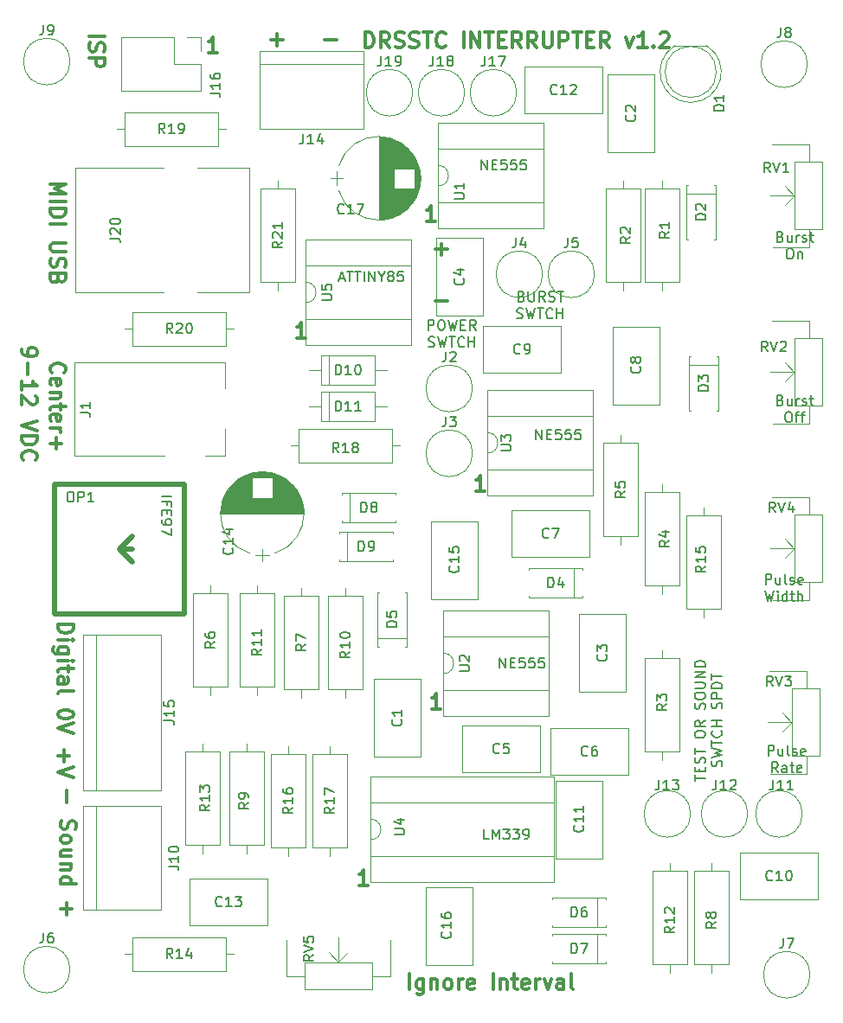
<source format=gbr>
G04 #@! TF.FileFunction,Legend,Top*
%FSLAX46Y46*%
G04 Gerber Fmt 4.6, Leading zero omitted, Abs format (unit mm)*
G04 Created by KiCad (PCBNEW 4.0.7) date 05/17/18 11:27:15*
%MOMM*%
%LPD*%
G01*
G04 APERTURE LIST*
%ADD10C,0.100000*%
%ADD11C,0.300000*%
%ADD12C,0.200000*%
%ADD13C,0.150000*%
%ADD14C,0.120000*%
%ADD15C,0.500000*%
G04 APERTURE END LIST*
D10*
D11*
X44370572Y-64940571D02*
X43513429Y-64940571D01*
X43942001Y-64940571D02*
X43942001Y-63440571D01*
X43799144Y-63654857D01*
X43656286Y-63797714D01*
X43513429Y-63869143D01*
D12*
X47657143Y-59094667D02*
X48133334Y-59094667D01*
X47561905Y-59380381D02*
X47895238Y-58380381D01*
X48228572Y-59380381D01*
X48419048Y-58380381D02*
X48990477Y-58380381D01*
X48704762Y-59380381D02*
X48704762Y-58380381D01*
X49180953Y-58380381D02*
X49752382Y-58380381D01*
X49466667Y-59380381D02*
X49466667Y-58380381D01*
X50085715Y-59380381D02*
X50085715Y-58380381D01*
X50561905Y-59380381D02*
X50561905Y-58380381D01*
X51133334Y-59380381D01*
X51133334Y-58380381D01*
X51800000Y-58904190D02*
X51800000Y-59380381D01*
X51466667Y-58380381D02*
X51800000Y-58904190D01*
X52133334Y-58380381D01*
X52609524Y-58808952D02*
X52514286Y-58761333D01*
X52466667Y-58713714D01*
X52419048Y-58618476D01*
X52419048Y-58570857D01*
X52466667Y-58475619D01*
X52514286Y-58428000D01*
X52609524Y-58380381D01*
X52800001Y-58380381D01*
X52895239Y-58428000D01*
X52942858Y-58475619D01*
X52990477Y-58570857D01*
X52990477Y-58618476D01*
X52942858Y-58713714D01*
X52895239Y-58761333D01*
X52800001Y-58808952D01*
X52609524Y-58808952D01*
X52514286Y-58856571D01*
X52466667Y-58904190D01*
X52419048Y-58999429D01*
X52419048Y-59189905D01*
X52466667Y-59285143D01*
X52514286Y-59332762D01*
X52609524Y-59380381D01*
X52800001Y-59380381D01*
X52895239Y-59332762D01*
X52942858Y-59285143D01*
X52990477Y-59189905D01*
X52990477Y-58999429D01*
X52942858Y-58904190D01*
X52895239Y-58856571D01*
X52800001Y-58808952D01*
X53895239Y-58380381D02*
X53419048Y-58380381D01*
X53371429Y-58856571D01*
X53419048Y-58808952D01*
X53514286Y-58761333D01*
X53752382Y-58761333D01*
X53847620Y-58808952D01*
X53895239Y-58856571D01*
X53942858Y-58951810D01*
X53942858Y-59189905D01*
X53895239Y-59285143D01*
X53847620Y-59332762D01*
X53752382Y-59380381D01*
X53514286Y-59380381D01*
X53419048Y-59332762D01*
X53371429Y-59285143D01*
D11*
X35734572Y-37000571D02*
X34877429Y-37000571D01*
X35306001Y-37000571D02*
X35306001Y-35500571D01*
X35163144Y-35714857D01*
X35020286Y-35857714D01*
X34877429Y-35929143D01*
X23197429Y-35365715D02*
X24697429Y-35365715D01*
X23268857Y-36008572D02*
X23197429Y-36222858D01*
X23197429Y-36580001D01*
X23268857Y-36722858D01*
X23340286Y-36794287D01*
X23483143Y-36865715D01*
X23626000Y-36865715D01*
X23768857Y-36794287D01*
X23840286Y-36722858D01*
X23911714Y-36580001D01*
X23983143Y-36294287D01*
X24054571Y-36151429D01*
X24126000Y-36080001D01*
X24268857Y-36008572D01*
X24411714Y-36008572D01*
X24554571Y-36080001D01*
X24626000Y-36151429D01*
X24697429Y-36294287D01*
X24697429Y-36651429D01*
X24626000Y-36865715D01*
X23197429Y-37508572D02*
X24697429Y-37508572D01*
X24697429Y-38080000D01*
X24626000Y-38222858D01*
X24554571Y-38294286D01*
X24411714Y-38365715D01*
X24197429Y-38365715D01*
X24054571Y-38294286D01*
X23983143Y-38222858D01*
X23911714Y-38080000D01*
X23911714Y-37508572D01*
X19387429Y-49824286D02*
X20887429Y-49824286D01*
X19816000Y-50324286D01*
X20887429Y-50824286D01*
X19387429Y-50824286D01*
X19387429Y-51538572D02*
X20887429Y-51538572D01*
X19387429Y-52252858D02*
X20887429Y-52252858D01*
X20887429Y-52610001D01*
X20816000Y-52824286D01*
X20673143Y-52967144D01*
X20530286Y-53038572D01*
X20244571Y-53110001D01*
X20030286Y-53110001D01*
X19744571Y-53038572D01*
X19601714Y-52967144D01*
X19458857Y-52824286D01*
X19387429Y-52610001D01*
X19387429Y-52252858D01*
X19387429Y-53752858D02*
X20887429Y-53752858D01*
X20887429Y-55610001D02*
X19673143Y-55610001D01*
X19530286Y-55681429D01*
X19458857Y-55752858D01*
X19387429Y-55895715D01*
X19387429Y-56181429D01*
X19458857Y-56324287D01*
X19530286Y-56395715D01*
X19673143Y-56467144D01*
X20887429Y-56467144D01*
X19458857Y-57110001D02*
X19387429Y-57324287D01*
X19387429Y-57681430D01*
X19458857Y-57824287D01*
X19530286Y-57895716D01*
X19673143Y-57967144D01*
X19816000Y-57967144D01*
X19958857Y-57895716D01*
X20030286Y-57824287D01*
X20101714Y-57681430D01*
X20173143Y-57395716D01*
X20244571Y-57252858D01*
X20316000Y-57181430D01*
X20458857Y-57110001D01*
X20601714Y-57110001D01*
X20744571Y-57181430D01*
X20816000Y-57252858D01*
X20887429Y-57395716D01*
X20887429Y-57752858D01*
X20816000Y-57967144D01*
X20173143Y-59110001D02*
X20101714Y-59324287D01*
X20030286Y-59395715D01*
X19887429Y-59467144D01*
X19673143Y-59467144D01*
X19530286Y-59395715D01*
X19458857Y-59324287D01*
X19387429Y-59181429D01*
X19387429Y-58610001D01*
X20887429Y-58610001D01*
X20887429Y-59110001D01*
X20816000Y-59252858D01*
X20744571Y-59324287D01*
X20601714Y-59395715D01*
X20458857Y-59395715D01*
X20316000Y-59324287D01*
X20244571Y-59252858D01*
X20173143Y-59110001D01*
X20173143Y-58610001D01*
X57086572Y-61321143D02*
X58229429Y-61321143D01*
X54555429Y-128694571D02*
X54555429Y-127194571D01*
X55912572Y-127694571D02*
X55912572Y-128908857D01*
X55841143Y-129051714D01*
X55769715Y-129123143D01*
X55626858Y-129194571D01*
X55412572Y-129194571D01*
X55269715Y-129123143D01*
X55912572Y-128623143D02*
X55769715Y-128694571D01*
X55484001Y-128694571D01*
X55341143Y-128623143D01*
X55269715Y-128551714D01*
X55198286Y-128408857D01*
X55198286Y-127980286D01*
X55269715Y-127837429D01*
X55341143Y-127766000D01*
X55484001Y-127694571D01*
X55769715Y-127694571D01*
X55912572Y-127766000D01*
X56626858Y-127694571D02*
X56626858Y-128694571D01*
X56626858Y-127837429D02*
X56698286Y-127766000D01*
X56841144Y-127694571D01*
X57055429Y-127694571D01*
X57198286Y-127766000D01*
X57269715Y-127908857D01*
X57269715Y-128694571D01*
X58198287Y-128694571D02*
X58055429Y-128623143D01*
X57984001Y-128551714D01*
X57912572Y-128408857D01*
X57912572Y-127980286D01*
X57984001Y-127837429D01*
X58055429Y-127766000D01*
X58198287Y-127694571D01*
X58412572Y-127694571D01*
X58555429Y-127766000D01*
X58626858Y-127837429D01*
X58698287Y-127980286D01*
X58698287Y-128408857D01*
X58626858Y-128551714D01*
X58555429Y-128623143D01*
X58412572Y-128694571D01*
X58198287Y-128694571D01*
X59341144Y-128694571D02*
X59341144Y-127694571D01*
X59341144Y-127980286D02*
X59412572Y-127837429D01*
X59484001Y-127766000D01*
X59626858Y-127694571D01*
X59769715Y-127694571D01*
X60841143Y-128623143D02*
X60698286Y-128694571D01*
X60412572Y-128694571D01*
X60269715Y-128623143D01*
X60198286Y-128480286D01*
X60198286Y-127908857D01*
X60269715Y-127766000D01*
X60412572Y-127694571D01*
X60698286Y-127694571D01*
X60841143Y-127766000D01*
X60912572Y-127908857D01*
X60912572Y-128051714D01*
X60198286Y-128194571D01*
X62698286Y-128694571D02*
X62698286Y-127194571D01*
X63412572Y-127694571D02*
X63412572Y-128694571D01*
X63412572Y-127837429D02*
X63484000Y-127766000D01*
X63626858Y-127694571D01*
X63841143Y-127694571D01*
X63984000Y-127766000D01*
X64055429Y-127908857D01*
X64055429Y-128694571D01*
X64555429Y-127694571D02*
X65126858Y-127694571D01*
X64769715Y-127194571D02*
X64769715Y-128480286D01*
X64841143Y-128623143D01*
X64984001Y-128694571D01*
X65126858Y-128694571D01*
X66198286Y-128623143D02*
X66055429Y-128694571D01*
X65769715Y-128694571D01*
X65626858Y-128623143D01*
X65555429Y-128480286D01*
X65555429Y-127908857D01*
X65626858Y-127766000D01*
X65769715Y-127694571D01*
X66055429Y-127694571D01*
X66198286Y-127766000D01*
X66269715Y-127908857D01*
X66269715Y-128051714D01*
X65555429Y-128194571D01*
X66912572Y-128694571D02*
X66912572Y-127694571D01*
X66912572Y-127980286D02*
X66984000Y-127837429D01*
X67055429Y-127766000D01*
X67198286Y-127694571D01*
X67341143Y-127694571D01*
X67698286Y-127694571D02*
X68055429Y-128694571D01*
X68412571Y-127694571D01*
X69626857Y-128694571D02*
X69626857Y-127908857D01*
X69555428Y-127766000D01*
X69412571Y-127694571D01*
X69126857Y-127694571D01*
X68984000Y-127766000D01*
X69626857Y-128623143D02*
X69484000Y-128694571D01*
X69126857Y-128694571D01*
X68984000Y-128623143D01*
X68912571Y-128480286D01*
X68912571Y-128337429D01*
X68984000Y-128194571D01*
X69126857Y-128123143D01*
X69484000Y-128123143D01*
X69626857Y-128051714D01*
X70555429Y-128694571D02*
X70412571Y-128623143D01*
X70341143Y-128480286D01*
X70341143Y-127194571D01*
X20149429Y-92972858D02*
X21649429Y-92972858D01*
X21649429Y-93330001D01*
X21578000Y-93544286D01*
X21435143Y-93687144D01*
X21292286Y-93758572D01*
X21006571Y-93830001D01*
X20792286Y-93830001D01*
X20506571Y-93758572D01*
X20363714Y-93687144D01*
X20220857Y-93544286D01*
X20149429Y-93330001D01*
X20149429Y-92972858D01*
X20149429Y-94472858D02*
X21149429Y-94472858D01*
X21649429Y-94472858D02*
X21578000Y-94401429D01*
X21506571Y-94472858D01*
X21578000Y-94544286D01*
X21649429Y-94472858D01*
X21506571Y-94472858D01*
X21149429Y-95830001D02*
X19935143Y-95830001D01*
X19792286Y-95758572D01*
X19720857Y-95687144D01*
X19649429Y-95544287D01*
X19649429Y-95330001D01*
X19720857Y-95187144D01*
X20220857Y-95830001D02*
X20149429Y-95687144D01*
X20149429Y-95401430D01*
X20220857Y-95258572D01*
X20292286Y-95187144D01*
X20435143Y-95115715D01*
X20863714Y-95115715D01*
X21006571Y-95187144D01*
X21078000Y-95258572D01*
X21149429Y-95401430D01*
X21149429Y-95687144D01*
X21078000Y-95830001D01*
X20149429Y-96544287D02*
X21149429Y-96544287D01*
X21649429Y-96544287D02*
X21578000Y-96472858D01*
X21506571Y-96544287D01*
X21578000Y-96615715D01*
X21649429Y-96544287D01*
X21506571Y-96544287D01*
X21149429Y-97044287D02*
X21149429Y-97615716D01*
X21649429Y-97258573D02*
X20363714Y-97258573D01*
X20220857Y-97330001D01*
X20149429Y-97472859D01*
X20149429Y-97615716D01*
X20149429Y-98758573D02*
X20935143Y-98758573D01*
X21078000Y-98687144D01*
X21149429Y-98544287D01*
X21149429Y-98258573D01*
X21078000Y-98115716D01*
X20220857Y-98758573D02*
X20149429Y-98615716D01*
X20149429Y-98258573D01*
X20220857Y-98115716D01*
X20363714Y-98044287D01*
X20506571Y-98044287D01*
X20649429Y-98115716D01*
X20720857Y-98258573D01*
X20720857Y-98615716D01*
X20792286Y-98758573D01*
X20149429Y-99687145D02*
X20220857Y-99544287D01*
X20363714Y-99472859D01*
X21649429Y-99472859D01*
X21649429Y-101687144D02*
X21649429Y-101830001D01*
X21578000Y-101972858D01*
X21506571Y-102044287D01*
X21363714Y-102115716D01*
X21078000Y-102187144D01*
X20720857Y-102187144D01*
X20435143Y-102115716D01*
X20292286Y-102044287D01*
X20220857Y-101972858D01*
X20149429Y-101830001D01*
X20149429Y-101687144D01*
X20220857Y-101544287D01*
X20292286Y-101472858D01*
X20435143Y-101401430D01*
X20720857Y-101330001D01*
X21078000Y-101330001D01*
X21363714Y-101401430D01*
X21506571Y-101472858D01*
X21578000Y-101544287D01*
X21649429Y-101687144D01*
X21649429Y-102615715D02*
X20149429Y-103115715D01*
X21649429Y-103615715D01*
X20720857Y-105258572D02*
X20720857Y-106401429D01*
X20149429Y-105830000D02*
X21292286Y-105830000D01*
X21649429Y-106901429D02*
X20149429Y-107401429D01*
X21649429Y-107901429D01*
X47410285Y-35706857D02*
X46267428Y-35706857D01*
X42124571Y-35706857D02*
X40981714Y-35706857D01*
X41553143Y-35135429D02*
X41553143Y-36278286D01*
X16593429Y-66016858D02*
X16593429Y-66302573D01*
X16664857Y-66445430D01*
X16736286Y-66516858D01*
X16950571Y-66659716D01*
X17236286Y-66731144D01*
X17807714Y-66731144D01*
X17950571Y-66659716D01*
X18022000Y-66588287D01*
X18093429Y-66445430D01*
X18093429Y-66159716D01*
X18022000Y-66016858D01*
X17950571Y-65945430D01*
X17807714Y-65874001D01*
X17450571Y-65874001D01*
X17307714Y-65945430D01*
X17236286Y-66016858D01*
X17164857Y-66159716D01*
X17164857Y-66445430D01*
X17236286Y-66588287D01*
X17307714Y-66659716D01*
X17450571Y-66731144D01*
X17164857Y-67374001D02*
X17164857Y-68516858D01*
X16593429Y-70016858D02*
X16593429Y-69159715D01*
X16593429Y-69588287D02*
X18093429Y-69588287D01*
X17879143Y-69445430D01*
X17736286Y-69302572D01*
X17664857Y-69159715D01*
X17950571Y-70588286D02*
X18022000Y-70659715D01*
X18093429Y-70802572D01*
X18093429Y-71159715D01*
X18022000Y-71302572D01*
X17950571Y-71374001D01*
X17807714Y-71445429D01*
X17664857Y-71445429D01*
X17450571Y-71374001D01*
X16593429Y-70516858D01*
X16593429Y-71445429D01*
X18093429Y-73016857D02*
X16593429Y-73516857D01*
X18093429Y-74016857D01*
X16593429Y-74516857D02*
X18093429Y-74516857D01*
X18093429Y-74874000D01*
X18022000Y-75088285D01*
X17879143Y-75231143D01*
X17736286Y-75302571D01*
X17450571Y-75374000D01*
X17236286Y-75374000D01*
X16950571Y-75302571D01*
X16807714Y-75231143D01*
X16664857Y-75088285D01*
X16593429Y-74874000D01*
X16593429Y-74516857D01*
X16736286Y-76874000D02*
X16664857Y-76802571D01*
X16593429Y-76588285D01*
X16593429Y-76445428D01*
X16664857Y-76231143D01*
X16807714Y-76088285D01*
X16950571Y-76016857D01*
X17236286Y-75945428D01*
X17450571Y-75945428D01*
X17736286Y-76016857D01*
X17879143Y-76088285D01*
X18022000Y-76231143D01*
X18093429Y-76445428D01*
X18093429Y-76588285D01*
X18022000Y-76802571D01*
X17950571Y-76874000D01*
X20974857Y-109244572D02*
X20974857Y-110387429D01*
X20474857Y-112173143D02*
X20403429Y-112387429D01*
X20403429Y-112744572D01*
X20474857Y-112887429D01*
X20546286Y-112958858D01*
X20689143Y-113030286D01*
X20832000Y-113030286D01*
X20974857Y-112958858D01*
X21046286Y-112887429D01*
X21117714Y-112744572D01*
X21189143Y-112458858D01*
X21260571Y-112316000D01*
X21332000Y-112244572D01*
X21474857Y-112173143D01*
X21617714Y-112173143D01*
X21760571Y-112244572D01*
X21832000Y-112316000D01*
X21903429Y-112458858D01*
X21903429Y-112816000D01*
X21832000Y-113030286D01*
X20403429Y-113887429D02*
X20474857Y-113744571D01*
X20546286Y-113673143D01*
X20689143Y-113601714D01*
X21117714Y-113601714D01*
X21260571Y-113673143D01*
X21332000Y-113744571D01*
X21403429Y-113887429D01*
X21403429Y-114101714D01*
X21332000Y-114244571D01*
X21260571Y-114316000D01*
X21117714Y-114387429D01*
X20689143Y-114387429D01*
X20546286Y-114316000D01*
X20474857Y-114244571D01*
X20403429Y-114101714D01*
X20403429Y-113887429D01*
X21403429Y-115673143D02*
X20403429Y-115673143D01*
X21403429Y-115030286D02*
X20617714Y-115030286D01*
X20474857Y-115101714D01*
X20403429Y-115244572D01*
X20403429Y-115458857D01*
X20474857Y-115601714D01*
X20546286Y-115673143D01*
X21403429Y-116387429D02*
X20403429Y-116387429D01*
X21260571Y-116387429D02*
X21332000Y-116458857D01*
X21403429Y-116601715D01*
X21403429Y-116816000D01*
X21332000Y-116958857D01*
X21189143Y-117030286D01*
X20403429Y-117030286D01*
X20403429Y-118387429D02*
X21903429Y-118387429D01*
X20474857Y-118387429D02*
X20403429Y-118244572D01*
X20403429Y-117958858D01*
X20474857Y-117816000D01*
X20546286Y-117744572D01*
X20689143Y-117673143D01*
X21117714Y-117673143D01*
X21260571Y-117744572D01*
X21332000Y-117816000D01*
X21403429Y-117958858D01*
X21403429Y-118244572D01*
X21332000Y-118387429D01*
X20974857Y-120244572D02*
X20974857Y-121387429D01*
X20403429Y-120816000D02*
X21546286Y-120816000D01*
D13*
X82447381Y-108290572D02*
X82447381Y-107719143D01*
X83447381Y-108004858D02*
X82447381Y-108004858D01*
X82923571Y-107385810D02*
X82923571Y-107052476D01*
X83447381Y-106909619D02*
X83447381Y-107385810D01*
X82447381Y-107385810D01*
X82447381Y-106909619D01*
X83399762Y-106528667D02*
X83447381Y-106385810D01*
X83447381Y-106147714D01*
X83399762Y-106052476D01*
X83352143Y-106004857D01*
X83256905Y-105957238D01*
X83161667Y-105957238D01*
X83066429Y-106004857D01*
X83018810Y-106052476D01*
X82971190Y-106147714D01*
X82923571Y-106338191D01*
X82875952Y-106433429D01*
X82828333Y-106481048D01*
X82733095Y-106528667D01*
X82637857Y-106528667D01*
X82542619Y-106481048D01*
X82495000Y-106433429D01*
X82447381Y-106338191D01*
X82447381Y-106100095D01*
X82495000Y-105957238D01*
X82447381Y-105671524D02*
X82447381Y-105100095D01*
X83447381Y-105385810D02*
X82447381Y-105385810D01*
X82447381Y-103814381D02*
X82447381Y-103623904D01*
X82495000Y-103528666D01*
X82590238Y-103433428D01*
X82780714Y-103385809D01*
X83114048Y-103385809D01*
X83304524Y-103433428D01*
X83399762Y-103528666D01*
X83447381Y-103623904D01*
X83447381Y-103814381D01*
X83399762Y-103909619D01*
X83304524Y-104004857D01*
X83114048Y-104052476D01*
X82780714Y-104052476D01*
X82590238Y-104004857D01*
X82495000Y-103909619D01*
X82447381Y-103814381D01*
X83447381Y-102385809D02*
X82971190Y-102719143D01*
X83447381Y-102957238D02*
X82447381Y-102957238D01*
X82447381Y-102576285D01*
X82495000Y-102481047D01*
X82542619Y-102433428D01*
X82637857Y-102385809D01*
X82780714Y-102385809D01*
X82875952Y-102433428D01*
X82923571Y-102481047D01*
X82971190Y-102576285D01*
X82971190Y-102957238D01*
X83399762Y-101242952D02*
X83447381Y-101100095D01*
X83447381Y-100861999D01*
X83399762Y-100766761D01*
X83352143Y-100719142D01*
X83256905Y-100671523D01*
X83161667Y-100671523D01*
X83066429Y-100719142D01*
X83018810Y-100766761D01*
X82971190Y-100861999D01*
X82923571Y-101052476D01*
X82875952Y-101147714D01*
X82828333Y-101195333D01*
X82733095Y-101242952D01*
X82637857Y-101242952D01*
X82542619Y-101195333D01*
X82495000Y-101147714D01*
X82447381Y-101052476D01*
X82447381Y-100814380D01*
X82495000Y-100671523D01*
X82447381Y-100052476D02*
X82447381Y-99861999D01*
X82495000Y-99766761D01*
X82590238Y-99671523D01*
X82780714Y-99623904D01*
X83114048Y-99623904D01*
X83304524Y-99671523D01*
X83399762Y-99766761D01*
X83447381Y-99861999D01*
X83447381Y-100052476D01*
X83399762Y-100147714D01*
X83304524Y-100242952D01*
X83114048Y-100290571D01*
X82780714Y-100290571D01*
X82590238Y-100242952D01*
X82495000Y-100147714D01*
X82447381Y-100052476D01*
X82447381Y-99195333D02*
X83256905Y-99195333D01*
X83352143Y-99147714D01*
X83399762Y-99100095D01*
X83447381Y-99004857D01*
X83447381Y-98814380D01*
X83399762Y-98719142D01*
X83352143Y-98671523D01*
X83256905Y-98623904D01*
X82447381Y-98623904D01*
X83447381Y-98147714D02*
X82447381Y-98147714D01*
X83447381Y-97576285D01*
X82447381Y-97576285D01*
X83447381Y-97100095D02*
X82447381Y-97100095D01*
X82447381Y-96862000D01*
X82495000Y-96719142D01*
X82590238Y-96623904D01*
X82685476Y-96576285D01*
X82875952Y-96528666D01*
X83018810Y-96528666D01*
X83209286Y-96576285D01*
X83304524Y-96623904D01*
X83399762Y-96719142D01*
X83447381Y-96862000D01*
X83447381Y-97100095D01*
X85049762Y-106862000D02*
X85097381Y-106719143D01*
X85097381Y-106481047D01*
X85049762Y-106385809D01*
X85002143Y-106338190D01*
X84906905Y-106290571D01*
X84811667Y-106290571D01*
X84716429Y-106338190D01*
X84668810Y-106385809D01*
X84621190Y-106481047D01*
X84573571Y-106671524D01*
X84525952Y-106766762D01*
X84478333Y-106814381D01*
X84383095Y-106862000D01*
X84287857Y-106862000D01*
X84192619Y-106814381D01*
X84145000Y-106766762D01*
X84097381Y-106671524D01*
X84097381Y-106433428D01*
X84145000Y-106290571D01*
X84097381Y-105957238D02*
X85097381Y-105719143D01*
X84383095Y-105528666D01*
X85097381Y-105338190D01*
X84097381Y-105100095D01*
X84097381Y-104862000D02*
X84097381Y-104290571D01*
X85097381Y-104576286D02*
X84097381Y-104576286D01*
X85002143Y-103385809D02*
X85049762Y-103433428D01*
X85097381Y-103576285D01*
X85097381Y-103671523D01*
X85049762Y-103814381D01*
X84954524Y-103909619D01*
X84859286Y-103957238D01*
X84668810Y-104004857D01*
X84525952Y-104004857D01*
X84335476Y-103957238D01*
X84240238Y-103909619D01*
X84145000Y-103814381D01*
X84097381Y-103671523D01*
X84097381Y-103576285D01*
X84145000Y-103433428D01*
X84192619Y-103385809D01*
X85097381Y-102957238D02*
X84097381Y-102957238D01*
X84573571Y-102957238D02*
X84573571Y-102385809D01*
X85097381Y-102385809D02*
X84097381Y-102385809D01*
X85049762Y-101195333D02*
X85097381Y-101052476D01*
X85097381Y-100814380D01*
X85049762Y-100719142D01*
X85002143Y-100671523D01*
X84906905Y-100623904D01*
X84811667Y-100623904D01*
X84716429Y-100671523D01*
X84668810Y-100719142D01*
X84621190Y-100814380D01*
X84573571Y-101004857D01*
X84525952Y-101100095D01*
X84478333Y-101147714D01*
X84383095Y-101195333D01*
X84287857Y-101195333D01*
X84192619Y-101147714D01*
X84145000Y-101100095D01*
X84097381Y-101004857D01*
X84097381Y-100766761D01*
X84145000Y-100623904D01*
X85097381Y-100195333D02*
X84097381Y-100195333D01*
X84097381Y-99814380D01*
X84145000Y-99719142D01*
X84192619Y-99671523D01*
X84287857Y-99623904D01*
X84430714Y-99623904D01*
X84525952Y-99671523D01*
X84573571Y-99719142D01*
X84621190Y-99814380D01*
X84621190Y-100195333D01*
X85097381Y-99195333D02*
X84097381Y-99195333D01*
X84097381Y-98957238D01*
X84145000Y-98814380D01*
X84240238Y-98719142D01*
X84335476Y-98671523D01*
X84525952Y-98623904D01*
X84668810Y-98623904D01*
X84859286Y-98671523D01*
X84954524Y-98719142D01*
X85049762Y-98814380D01*
X85097381Y-98957238D01*
X85097381Y-99195333D01*
X84097381Y-98338190D02*
X84097381Y-97766761D01*
X85097381Y-98052476D02*
X84097381Y-98052476D01*
D11*
X50466572Y-118534571D02*
X49609429Y-118534571D01*
X50038001Y-118534571D02*
X50038001Y-117034571D01*
X49895144Y-117248857D01*
X49752286Y-117391714D01*
X49609429Y-117463143D01*
D12*
X62317524Y-113990381D02*
X61841333Y-113990381D01*
X61841333Y-112990381D01*
X62650857Y-113990381D02*
X62650857Y-112990381D01*
X62984191Y-113704667D01*
X63317524Y-112990381D01*
X63317524Y-113990381D01*
X63698476Y-112990381D02*
X64317524Y-112990381D01*
X63984190Y-113371333D01*
X64127048Y-113371333D01*
X64222286Y-113418952D01*
X64269905Y-113466571D01*
X64317524Y-113561810D01*
X64317524Y-113799905D01*
X64269905Y-113895143D01*
X64222286Y-113942762D01*
X64127048Y-113990381D01*
X63841333Y-113990381D01*
X63746095Y-113942762D01*
X63698476Y-113895143D01*
X64650857Y-112990381D02*
X65269905Y-112990381D01*
X64936571Y-113371333D01*
X65079429Y-113371333D01*
X65174667Y-113418952D01*
X65222286Y-113466571D01*
X65269905Y-113561810D01*
X65269905Y-113799905D01*
X65222286Y-113895143D01*
X65174667Y-113942762D01*
X65079429Y-113990381D01*
X64793714Y-113990381D01*
X64698476Y-113942762D01*
X64650857Y-113895143D01*
X65746095Y-113990381D02*
X65936571Y-113990381D01*
X66031810Y-113942762D01*
X66079429Y-113895143D01*
X66174667Y-113752286D01*
X66222286Y-113561810D01*
X66222286Y-113180857D01*
X66174667Y-113085619D01*
X66127048Y-113038000D01*
X66031810Y-112990381D01*
X65841333Y-112990381D01*
X65746095Y-113038000D01*
X65698476Y-113085619D01*
X65650857Y-113180857D01*
X65650857Y-113418952D01*
X65698476Y-113514190D01*
X65746095Y-113561810D01*
X65841333Y-113609429D01*
X66031810Y-113609429D01*
X66127048Y-113561810D01*
X66174667Y-113514190D01*
X66222286Y-113418952D01*
D13*
X90821048Y-54983571D02*
X90963905Y-55031190D01*
X91011524Y-55078810D01*
X91059143Y-55174048D01*
X91059143Y-55316905D01*
X91011524Y-55412143D01*
X90963905Y-55459762D01*
X90868667Y-55507381D01*
X90487714Y-55507381D01*
X90487714Y-54507381D01*
X90821048Y-54507381D01*
X90916286Y-54555000D01*
X90963905Y-54602619D01*
X91011524Y-54697857D01*
X91011524Y-54793095D01*
X90963905Y-54888333D01*
X90916286Y-54935952D01*
X90821048Y-54983571D01*
X90487714Y-54983571D01*
X91916286Y-54840714D02*
X91916286Y-55507381D01*
X91487714Y-54840714D02*
X91487714Y-55364524D01*
X91535333Y-55459762D01*
X91630571Y-55507381D01*
X91773429Y-55507381D01*
X91868667Y-55459762D01*
X91916286Y-55412143D01*
X92392476Y-55507381D02*
X92392476Y-54840714D01*
X92392476Y-55031190D02*
X92440095Y-54935952D01*
X92487714Y-54888333D01*
X92582952Y-54840714D01*
X92678191Y-54840714D01*
X92963905Y-55459762D02*
X93059143Y-55507381D01*
X93249619Y-55507381D01*
X93344858Y-55459762D01*
X93392477Y-55364524D01*
X93392477Y-55316905D01*
X93344858Y-55221667D01*
X93249619Y-55174048D01*
X93106762Y-55174048D01*
X93011524Y-55126429D01*
X92963905Y-55031190D01*
X92963905Y-54983571D01*
X93011524Y-54888333D01*
X93106762Y-54840714D01*
X93249619Y-54840714D01*
X93344858Y-54888333D01*
X93678191Y-54840714D02*
X94059143Y-54840714D01*
X93821048Y-54507381D02*
X93821048Y-55364524D01*
X93868667Y-55459762D01*
X93963905Y-55507381D01*
X94059143Y-55507381D01*
X91654381Y-56157381D02*
X91844858Y-56157381D01*
X91940096Y-56205000D01*
X92035334Y-56300238D01*
X92082953Y-56490714D01*
X92082953Y-56824048D01*
X92035334Y-57014524D01*
X91940096Y-57109762D01*
X91844858Y-57157381D01*
X91654381Y-57157381D01*
X91559143Y-57109762D01*
X91463905Y-57014524D01*
X91416286Y-56824048D01*
X91416286Y-56490714D01*
X91463905Y-56300238D01*
X91559143Y-56205000D01*
X91654381Y-56157381D01*
X92511524Y-56490714D02*
X92511524Y-57157381D01*
X92511524Y-56585952D02*
X92559143Y-56538333D01*
X92654381Y-56490714D01*
X92797239Y-56490714D01*
X92892477Y-56538333D01*
X92940096Y-56633571D01*
X92940096Y-57157381D01*
X90821048Y-70985571D02*
X90963905Y-71033190D01*
X91011524Y-71080810D01*
X91059143Y-71176048D01*
X91059143Y-71318905D01*
X91011524Y-71414143D01*
X90963905Y-71461762D01*
X90868667Y-71509381D01*
X90487714Y-71509381D01*
X90487714Y-70509381D01*
X90821048Y-70509381D01*
X90916286Y-70557000D01*
X90963905Y-70604619D01*
X91011524Y-70699857D01*
X91011524Y-70795095D01*
X90963905Y-70890333D01*
X90916286Y-70937952D01*
X90821048Y-70985571D01*
X90487714Y-70985571D01*
X91916286Y-70842714D02*
X91916286Y-71509381D01*
X91487714Y-70842714D02*
X91487714Y-71366524D01*
X91535333Y-71461762D01*
X91630571Y-71509381D01*
X91773429Y-71509381D01*
X91868667Y-71461762D01*
X91916286Y-71414143D01*
X92392476Y-71509381D02*
X92392476Y-70842714D01*
X92392476Y-71033190D02*
X92440095Y-70937952D01*
X92487714Y-70890333D01*
X92582952Y-70842714D01*
X92678191Y-70842714D01*
X92963905Y-71461762D02*
X93059143Y-71509381D01*
X93249619Y-71509381D01*
X93344858Y-71461762D01*
X93392477Y-71366524D01*
X93392477Y-71318905D01*
X93344858Y-71223667D01*
X93249619Y-71176048D01*
X93106762Y-71176048D01*
X93011524Y-71128429D01*
X92963905Y-71033190D01*
X92963905Y-70985571D01*
X93011524Y-70890333D01*
X93106762Y-70842714D01*
X93249619Y-70842714D01*
X93344858Y-70890333D01*
X93678191Y-70842714D02*
X94059143Y-70842714D01*
X93821048Y-70509381D02*
X93821048Y-71366524D01*
X93868667Y-71461762D01*
X93963905Y-71509381D01*
X94059143Y-71509381D01*
X91535333Y-72159381D02*
X91725810Y-72159381D01*
X91821048Y-72207000D01*
X91916286Y-72302238D01*
X91963905Y-72492714D01*
X91963905Y-72826048D01*
X91916286Y-73016524D01*
X91821048Y-73111762D01*
X91725810Y-73159381D01*
X91535333Y-73159381D01*
X91440095Y-73111762D01*
X91344857Y-73016524D01*
X91297238Y-72826048D01*
X91297238Y-72492714D01*
X91344857Y-72302238D01*
X91440095Y-72207000D01*
X91535333Y-72159381D01*
X92249619Y-72492714D02*
X92630571Y-72492714D01*
X92392476Y-73159381D02*
X92392476Y-72302238D01*
X92440095Y-72207000D01*
X92535333Y-72159381D01*
X92630571Y-72159381D01*
X92821048Y-72492714D02*
X93202000Y-72492714D01*
X92963905Y-73159381D02*
X92963905Y-72302238D01*
X93011524Y-72207000D01*
X93106762Y-72159381D01*
X93202000Y-72159381D01*
X89376476Y-89035381D02*
X89376476Y-88035381D01*
X89757429Y-88035381D01*
X89852667Y-88083000D01*
X89900286Y-88130619D01*
X89947905Y-88225857D01*
X89947905Y-88368714D01*
X89900286Y-88463952D01*
X89852667Y-88511571D01*
X89757429Y-88559190D01*
X89376476Y-88559190D01*
X90805048Y-88368714D02*
X90805048Y-89035381D01*
X90376476Y-88368714D02*
X90376476Y-88892524D01*
X90424095Y-88987762D01*
X90519333Y-89035381D01*
X90662191Y-89035381D01*
X90757429Y-88987762D01*
X90805048Y-88940143D01*
X91424095Y-89035381D02*
X91328857Y-88987762D01*
X91281238Y-88892524D01*
X91281238Y-88035381D01*
X91757429Y-88987762D02*
X91852667Y-89035381D01*
X92043143Y-89035381D01*
X92138382Y-88987762D01*
X92186001Y-88892524D01*
X92186001Y-88844905D01*
X92138382Y-88749667D01*
X92043143Y-88702048D01*
X91900286Y-88702048D01*
X91805048Y-88654429D01*
X91757429Y-88559190D01*
X91757429Y-88511571D01*
X91805048Y-88416333D01*
X91900286Y-88368714D01*
X92043143Y-88368714D01*
X92138382Y-88416333D01*
X92995525Y-88987762D02*
X92900287Y-89035381D01*
X92709810Y-89035381D01*
X92614572Y-88987762D01*
X92566953Y-88892524D01*
X92566953Y-88511571D01*
X92614572Y-88416333D01*
X92709810Y-88368714D01*
X92900287Y-88368714D01*
X92995525Y-88416333D01*
X93043144Y-88511571D01*
X93043144Y-88606810D01*
X92566953Y-88702048D01*
X89328857Y-89685381D02*
X89566952Y-90685381D01*
X89757429Y-89971095D01*
X89947905Y-90685381D01*
X90186000Y-89685381D01*
X90566952Y-90685381D02*
X90566952Y-90018714D01*
X90566952Y-89685381D02*
X90519333Y-89733000D01*
X90566952Y-89780619D01*
X90614571Y-89733000D01*
X90566952Y-89685381D01*
X90566952Y-89780619D01*
X91471714Y-90685381D02*
X91471714Y-89685381D01*
X91471714Y-90637762D02*
X91376476Y-90685381D01*
X91185999Y-90685381D01*
X91090761Y-90637762D01*
X91043142Y-90590143D01*
X90995523Y-90494905D01*
X90995523Y-90209190D01*
X91043142Y-90113952D01*
X91090761Y-90066333D01*
X91185999Y-90018714D01*
X91376476Y-90018714D01*
X91471714Y-90066333D01*
X91805047Y-90018714D02*
X92185999Y-90018714D01*
X91947904Y-89685381D02*
X91947904Y-90542524D01*
X91995523Y-90637762D01*
X92090761Y-90685381D01*
X92185999Y-90685381D01*
X92519333Y-90685381D02*
X92519333Y-89685381D01*
X92947905Y-90685381D02*
X92947905Y-90161571D01*
X92900286Y-90066333D01*
X92805048Y-90018714D01*
X92662190Y-90018714D01*
X92566952Y-90066333D01*
X92519333Y-90113952D01*
X89630476Y-105799381D02*
X89630476Y-104799381D01*
X90011429Y-104799381D01*
X90106667Y-104847000D01*
X90154286Y-104894619D01*
X90201905Y-104989857D01*
X90201905Y-105132714D01*
X90154286Y-105227952D01*
X90106667Y-105275571D01*
X90011429Y-105323190D01*
X89630476Y-105323190D01*
X91059048Y-105132714D02*
X91059048Y-105799381D01*
X90630476Y-105132714D02*
X90630476Y-105656524D01*
X90678095Y-105751762D01*
X90773333Y-105799381D01*
X90916191Y-105799381D01*
X91011429Y-105751762D01*
X91059048Y-105704143D01*
X91678095Y-105799381D02*
X91582857Y-105751762D01*
X91535238Y-105656524D01*
X91535238Y-104799381D01*
X92011429Y-105751762D02*
X92106667Y-105799381D01*
X92297143Y-105799381D01*
X92392382Y-105751762D01*
X92440001Y-105656524D01*
X92440001Y-105608905D01*
X92392382Y-105513667D01*
X92297143Y-105466048D01*
X92154286Y-105466048D01*
X92059048Y-105418429D01*
X92011429Y-105323190D01*
X92011429Y-105275571D01*
X92059048Y-105180333D01*
X92154286Y-105132714D01*
X92297143Y-105132714D01*
X92392382Y-105180333D01*
X93249525Y-105751762D02*
X93154287Y-105799381D01*
X92963810Y-105799381D01*
X92868572Y-105751762D01*
X92820953Y-105656524D01*
X92820953Y-105275571D01*
X92868572Y-105180333D01*
X92963810Y-105132714D01*
X93154287Y-105132714D01*
X93249525Y-105180333D01*
X93297144Y-105275571D01*
X93297144Y-105370810D01*
X92820953Y-105466048D01*
X90582857Y-107449381D02*
X90249523Y-106973190D01*
X90011428Y-107449381D02*
X90011428Y-106449381D01*
X90392381Y-106449381D01*
X90487619Y-106497000D01*
X90535238Y-106544619D01*
X90582857Y-106639857D01*
X90582857Y-106782714D01*
X90535238Y-106877952D01*
X90487619Y-106925571D01*
X90392381Y-106973190D01*
X90011428Y-106973190D01*
X91440000Y-107449381D02*
X91440000Y-106925571D01*
X91392381Y-106830333D01*
X91297143Y-106782714D01*
X91106666Y-106782714D01*
X91011428Y-106830333D01*
X91440000Y-107401762D02*
X91344762Y-107449381D01*
X91106666Y-107449381D01*
X91011428Y-107401762D01*
X90963809Y-107306524D01*
X90963809Y-107211286D01*
X91011428Y-107116048D01*
X91106666Y-107068429D01*
X91344762Y-107068429D01*
X91440000Y-107020810D01*
X91773333Y-106782714D02*
X92154285Y-106782714D01*
X91916190Y-106449381D02*
X91916190Y-107306524D01*
X91963809Y-107401762D01*
X92059047Y-107449381D01*
X92154285Y-107449381D01*
X92868572Y-107401762D02*
X92773334Y-107449381D01*
X92582857Y-107449381D01*
X92487619Y-107401762D01*
X92440000Y-107306524D01*
X92440000Y-106925571D01*
X92487619Y-106830333D01*
X92582857Y-106782714D01*
X92773334Y-106782714D01*
X92868572Y-106830333D01*
X92916191Y-106925571D01*
X92916191Y-107020810D01*
X92440000Y-107116048D01*
D11*
X57086572Y-56241143D02*
X58229429Y-56241143D01*
X57658000Y-56812571D02*
X57658000Y-55669714D01*
X57578572Y-101262571D02*
X56721429Y-101262571D01*
X57150001Y-101262571D02*
X57150001Y-99762571D01*
X57007144Y-99976857D01*
X56864286Y-100119714D01*
X56721429Y-100191143D01*
X61896572Y-79926571D02*
X61039429Y-79926571D01*
X61468001Y-79926571D02*
X61468001Y-78426571D01*
X61325144Y-78640857D01*
X61182286Y-78783714D01*
X61039429Y-78855143D01*
X57070572Y-53510571D02*
X56213429Y-53510571D01*
X56642001Y-53510571D02*
X56642001Y-52010571D01*
X56499144Y-52224857D01*
X56356286Y-52367714D01*
X56213429Y-52439143D01*
D12*
X66921333Y-74874381D02*
X66921333Y-73874381D01*
X67492762Y-74874381D01*
X67492762Y-73874381D01*
X67968952Y-74350571D02*
X68302286Y-74350571D01*
X68445143Y-74874381D02*
X67968952Y-74874381D01*
X67968952Y-73874381D01*
X68445143Y-73874381D01*
X69349905Y-73874381D02*
X68873714Y-73874381D01*
X68826095Y-74350571D01*
X68873714Y-74302952D01*
X68968952Y-74255333D01*
X69207048Y-74255333D01*
X69302286Y-74302952D01*
X69349905Y-74350571D01*
X69397524Y-74445810D01*
X69397524Y-74683905D01*
X69349905Y-74779143D01*
X69302286Y-74826762D01*
X69207048Y-74874381D01*
X68968952Y-74874381D01*
X68873714Y-74826762D01*
X68826095Y-74779143D01*
X70302286Y-73874381D02*
X69826095Y-73874381D01*
X69778476Y-74350571D01*
X69826095Y-74302952D01*
X69921333Y-74255333D01*
X70159429Y-74255333D01*
X70254667Y-74302952D01*
X70302286Y-74350571D01*
X70349905Y-74445810D01*
X70349905Y-74683905D01*
X70302286Y-74779143D01*
X70254667Y-74826762D01*
X70159429Y-74874381D01*
X69921333Y-74874381D01*
X69826095Y-74826762D01*
X69778476Y-74779143D01*
X71254667Y-73874381D02*
X70778476Y-73874381D01*
X70730857Y-74350571D01*
X70778476Y-74302952D01*
X70873714Y-74255333D01*
X71111810Y-74255333D01*
X71207048Y-74302952D01*
X71254667Y-74350571D01*
X71302286Y-74445810D01*
X71302286Y-74683905D01*
X71254667Y-74779143D01*
X71207048Y-74826762D01*
X71111810Y-74874381D01*
X70873714Y-74874381D01*
X70778476Y-74826762D01*
X70730857Y-74779143D01*
D13*
X65500477Y-60825571D02*
X65643334Y-60873190D01*
X65690953Y-60920810D01*
X65738572Y-61016048D01*
X65738572Y-61158905D01*
X65690953Y-61254143D01*
X65643334Y-61301762D01*
X65548096Y-61349381D01*
X65167143Y-61349381D01*
X65167143Y-60349381D01*
X65500477Y-60349381D01*
X65595715Y-60397000D01*
X65643334Y-60444619D01*
X65690953Y-60539857D01*
X65690953Y-60635095D01*
X65643334Y-60730333D01*
X65595715Y-60777952D01*
X65500477Y-60825571D01*
X65167143Y-60825571D01*
X66167143Y-60349381D02*
X66167143Y-61158905D01*
X66214762Y-61254143D01*
X66262381Y-61301762D01*
X66357619Y-61349381D01*
X66548096Y-61349381D01*
X66643334Y-61301762D01*
X66690953Y-61254143D01*
X66738572Y-61158905D01*
X66738572Y-60349381D01*
X67786191Y-61349381D02*
X67452857Y-60873190D01*
X67214762Y-61349381D02*
X67214762Y-60349381D01*
X67595715Y-60349381D01*
X67690953Y-60397000D01*
X67738572Y-60444619D01*
X67786191Y-60539857D01*
X67786191Y-60682714D01*
X67738572Y-60777952D01*
X67690953Y-60825571D01*
X67595715Y-60873190D01*
X67214762Y-60873190D01*
X68167143Y-61301762D02*
X68310000Y-61349381D01*
X68548096Y-61349381D01*
X68643334Y-61301762D01*
X68690953Y-61254143D01*
X68738572Y-61158905D01*
X68738572Y-61063667D01*
X68690953Y-60968429D01*
X68643334Y-60920810D01*
X68548096Y-60873190D01*
X68357619Y-60825571D01*
X68262381Y-60777952D01*
X68214762Y-60730333D01*
X68167143Y-60635095D01*
X68167143Y-60539857D01*
X68214762Y-60444619D01*
X68262381Y-60397000D01*
X68357619Y-60349381D01*
X68595715Y-60349381D01*
X68738572Y-60397000D01*
X69024286Y-60349381D02*
X69595715Y-60349381D01*
X69310000Y-61349381D02*
X69310000Y-60349381D01*
X65048095Y-62951762D02*
X65190952Y-62999381D01*
X65429048Y-62999381D01*
X65524286Y-62951762D01*
X65571905Y-62904143D01*
X65619524Y-62808905D01*
X65619524Y-62713667D01*
X65571905Y-62618429D01*
X65524286Y-62570810D01*
X65429048Y-62523190D01*
X65238571Y-62475571D01*
X65143333Y-62427952D01*
X65095714Y-62380333D01*
X65048095Y-62285095D01*
X65048095Y-62189857D01*
X65095714Y-62094619D01*
X65143333Y-62047000D01*
X65238571Y-61999381D01*
X65476667Y-61999381D01*
X65619524Y-62047000D01*
X65952857Y-61999381D02*
X66190952Y-62999381D01*
X66381429Y-62285095D01*
X66571905Y-62999381D01*
X66810000Y-61999381D01*
X67048095Y-61999381D02*
X67619524Y-61999381D01*
X67333809Y-62999381D02*
X67333809Y-61999381D01*
X68524286Y-62904143D02*
X68476667Y-62951762D01*
X68333810Y-62999381D01*
X68238572Y-62999381D01*
X68095714Y-62951762D01*
X68000476Y-62856524D01*
X67952857Y-62761286D01*
X67905238Y-62570810D01*
X67905238Y-62427952D01*
X67952857Y-62237476D01*
X68000476Y-62142238D01*
X68095714Y-62047000D01*
X68238572Y-61999381D01*
X68333810Y-61999381D01*
X68476667Y-62047000D01*
X68524286Y-62094619D01*
X68952857Y-62999381D02*
X68952857Y-61999381D01*
X68952857Y-62475571D02*
X69524286Y-62475571D01*
X69524286Y-62999381D02*
X69524286Y-61999381D01*
X56364476Y-64143381D02*
X56364476Y-63143381D01*
X56745429Y-63143381D01*
X56840667Y-63191000D01*
X56888286Y-63238619D01*
X56935905Y-63333857D01*
X56935905Y-63476714D01*
X56888286Y-63571952D01*
X56840667Y-63619571D01*
X56745429Y-63667190D01*
X56364476Y-63667190D01*
X57554952Y-63143381D02*
X57745429Y-63143381D01*
X57840667Y-63191000D01*
X57935905Y-63286238D01*
X57983524Y-63476714D01*
X57983524Y-63810048D01*
X57935905Y-64000524D01*
X57840667Y-64095762D01*
X57745429Y-64143381D01*
X57554952Y-64143381D01*
X57459714Y-64095762D01*
X57364476Y-64000524D01*
X57316857Y-63810048D01*
X57316857Y-63476714D01*
X57364476Y-63286238D01*
X57459714Y-63191000D01*
X57554952Y-63143381D01*
X58316857Y-63143381D02*
X58554952Y-64143381D01*
X58745429Y-63429095D01*
X58935905Y-64143381D01*
X59174000Y-63143381D01*
X59554952Y-63619571D02*
X59888286Y-63619571D01*
X60031143Y-64143381D02*
X59554952Y-64143381D01*
X59554952Y-63143381D01*
X60031143Y-63143381D01*
X61031143Y-64143381D02*
X60697809Y-63667190D01*
X60459714Y-64143381D02*
X60459714Y-63143381D01*
X60840667Y-63143381D01*
X60935905Y-63191000D01*
X60983524Y-63238619D01*
X61031143Y-63333857D01*
X61031143Y-63476714D01*
X60983524Y-63571952D01*
X60935905Y-63619571D01*
X60840667Y-63667190D01*
X60459714Y-63667190D01*
X56412095Y-65745762D02*
X56554952Y-65793381D01*
X56793048Y-65793381D01*
X56888286Y-65745762D01*
X56935905Y-65698143D01*
X56983524Y-65602905D01*
X56983524Y-65507667D01*
X56935905Y-65412429D01*
X56888286Y-65364810D01*
X56793048Y-65317190D01*
X56602571Y-65269571D01*
X56507333Y-65221952D01*
X56459714Y-65174333D01*
X56412095Y-65079095D01*
X56412095Y-64983857D01*
X56459714Y-64888619D01*
X56507333Y-64841000D01*
X56602571Y-64793381D01*
X56840667Y-64793381D01*
X56983524Y-64841000D01*
X57316857Y-64793381D02*
X57554952Y-65793381D01*
X57745429Y-65079095D01*
X57935905Y-65793381D01*
X58174000Y-64793381D01*
X58412095Y-64793381D02*
X58983524Y-64793381D01*
X58697809Y-65793381D02*
X58697809Y-64793381D01*
X59888286Y-65698143D02*
X59840667Y-65745762D01*
X59697810Y-65793381D01*
X59602572Y-65793381D01*
X59459714Y-65745762D01*
X59364476Y-65650524D01*
X59316857Y-65555286D01*
X59269238Y-65364810D01*
X59269238Y-65221952D01*
X59316857Y-65031476D01*
X59364476Y-64936238D01*
X59459714Y-64841000D01*
X59602572Y-64793381D01*
X59697810Y-64793381D01*
X59840667Y-64841000D01*
X59888286Y-64888619D01*
X60316857Y-65793381D02*
X60316857Y-64793381D01*
X60316857Y-65269571D02*
X60888286Y-65269571D01*
X60888286Y-65793381D02*
X60888286Y-64793381D01*
D11*
X19530286Y-68306572D02*
X19458857Y-68235143D01*
X19387429Y-68020857D01*
X19387429Y-67878000D01*
X19458857Y-67663715D01*
X19601714Y-67520857D01*
X19744571Y-67449429D01*
X20030286Y-67378000D01*
X20244571Y-67378000D01*
X20530286Y-67449429D01*
X20673143Y-67520857D01*
X20816000Y-67663715D01*
X20887429Y-67878000D01*
X20887429Y-68020857D01*
X20816000Y-68235143D01*
X20744571Y-68306572D01*
X19458857Y-69520857D02*
X19387429Y-69378000D01*
X19387429Y-69092286D01*
X19458857Y-68949429D01*
X19601714Y-68878000D01*
X20173143Y-68878000D01*
X20316000Y-68949429D01*
X20387429Y-69092286D01*
X20387429Y-69378000D01*
X20316000Y-69520857D01*
X20173143Y-69592286D01*
X20030286Y-69592286D01*
X19887429Y-68878000D01*
X20387429Y-70235143D02*
X19387429Y-70235143D01*
X20244571Y-70235143D02*
X20316000Y-70306571D01*
X20387429Y-70449429D01*
X20387429Y-70663714D01*
X20316000Y-70806571D01*
X20173143Y-70878000D01*
X19387429Y-70878000D01*
X20387429Y-71378000D02*
X20387429Y-71949429D01*
X20887429Y-71592286D02*
X19601714Y-71592286D01*
X19458857Y-71663714D01*
X19387429Y-71806572D01*
X19387429Y-71949429D01*
X19458857Y-73020857D02*
X19387429Y-72878000D01*
X19387429Y-72592286D01*
X19458857Y-72449429D01*
X19601714Y-72378000D01*
X20173143Y-72378000D01*
X20316000Y-72449429D01*
X20387429Y-72592286D01*
X20387429Y-72878000D01*
X20316000Y-73020857D01*
X20173143Y-73092286D01*
X20030286Y-73092286D01*
X19887429Y-72378000D01*
X19387429Y-73735143D02*
X20387429Y-73735143D01*
X20101714Y-73735143D02*
X20244571Y-73806571D01*
X20316000Y-73878000D01*
X20387429Y-74020857D01*
X20387429Y-74163714D01*
X19958857Y-74663714D02*
X19958857Y-75806571D01*
X19387429Y-75235142D02*
X20530286Y-75235142D01*
X50202572Y-36492571D02*
X50202572Y-34992571D01*
X50559715Y-34992571D01*
X50774000Y-35064000D01*
X50916858Y-35206857D01*
X50988286Y-35349714D01*
X51059715Y-35635429D01*
X51059715Y-35849714D01*
X50988286Y-36135429D01*
X50916858Y-36278286D01*
X50774000Y-36421143D01*
X50559715Y-36492571D01*
X50202572Y-36492571D01*
X52559715Y-36492571D02*
X52059715Y-35778286D01*
X51702572Y-36492571D02*
X51702572Y-34992571D01*
X52274000Y-34992571D01*
X52416858Y-35064000D01*
X52488286Y-35135429D01*
X52559715Y-35278286D01*
X52559715Y-35492571D01*
X52488286Y-35635429D01*
X52416858Y-35706857D01*
X52274000Y-35778286D01*
X51702572Y-35778286D01*
X53131143Y-36421143D02*
X53345429Y-36492571D01*
X53702572Y-36492571D01*
X53845429Y-36421143D01*
X53916858Y-36349714D01*
X53988286Y-36206857D01*
X53988286Y-36064000D01*
X53916858Y-35921143D01*
X53845429Y-35849714D01*
X53702572Y-35778286D01*
X53416858Y-35706857D01*
X53274000Y-35635429D01*
X53202572Y-35564000D01*
X53131143Y-35421143D01*
X53131143Y-35278286D01*
X53202572Y-35135429D01*
X53274000Y-35064000D01*
X53416858Y-34992571D01*
X53774000Y-34992571D01*
X53988286Y-35064000D01*
X54559714Y-36421143D02*
X54774000Y-36492571D01*
X55131143Y-36492571D01*
X55274000Y-36421143D01*
X55345429Y-36349714D01*
X55416857Y-36206857D01*
X55416857Y-36064000D01*
X55345429Y-35921143D01*
X55274000Y-35849714D01*
X55131143Y-35778286D01*
X54845429Y-35706857D01*
X54702571Y-35635429D01*
X54631143Y-35564000D01*
X54559714Y-35421143D01*
X54559714Y-35278286D01*
X54631143Y-35135429D01*
X54702571Y-35064000D01*
X54845429Y-34992571D01*
X55202571Y-34992571D01*
X55416857Y-35064000D01*
X55845428Y-34992571D02*
X56702571Y-34992571D01*
X56274000Y-36492571D02*
X56274000Y-34992571D01*
X58059714Y-36349714D02*
X57988285Y-36421143D01*
X57773999Y-36492571D01*
X57631142Y-36492571D01*
X57416857Y-36421143D01*
X57273999Y-36278286D01*
X57202571Y-36135429D01*
X57131142Y-35849714D01*
X57131142Y-35635429D01*
X57202571Y-35349714D01*
X57273999Y-35206857D01*
X57416857Y-35064000D01*
X57631142Y-34992571D01*
X57773999Y-34992571D01*
X57988285Y-35064000D01*
X58059714Y-35135429D01*
X59845428Y-36492571D02*
X59845428Y-34992571D01*
X60559714Y-36492571D02*
X60559714Y-34992571D01*
X61416857Y-36492571D01*
X61416857Y-34992571D01*
X61916857Y-34992571D02*
X62774000Y-34992571D01*
X62345429Y-36492571D02*
X62345429Y-34992571D01*
X63274000Y-35706857D02*
X63774000Y-35706857D01*
X63988286Y-36492571D02*
X63274000Y-36492571D01*
X63274000Y-34992571D01*
X63988286Y-34992571D01*
X65488286Y-36492571D02*
X64988286Y-35778286D01*
X64631143Y-36492571D02*
X64631143Y-34992571D01*
X65202571Y-34992571D01*
X65345429Y-35064000D01*
X65416857Y-35135429D01*
X65488286Y-35278286D01*
X65488286Y-35492571D01*
X65416857Y-35635429D01*
X65345429Y-35706857D01*
X65202571Y-35778286D01*
X64631143Y-35778286D01*
X66988286Y-36492571D02*
X66488286Y-35778286D01*
X66131143Y-36492571D02*
X66131143Y-34992571D01*
X66702571Y-34992571D01*
X66845429Y-35064000D01*
X66916857Y-35135429D01*
X66988286Y-35278286D01*
X66988286Y-35492571D01*
X66916857Y-35635429D01*
X66845429Y-35706857D01*
X66702571Y-35778286D01*
X66131143Y-35778286D01*
X67631143Y-34992571D02*
X67631143Y-36206857D01*
X67702571Y-36349714D01*
X67774000Y-36421143D01*
X67916857Y-36492571D01*
X68202571Y-36492571D01*
X68345429Y-36421143D01*
X68416857Y-36349714D01*
X68488286Y-36206857D01*
X68488286Y-34992571D01*
X69202572Y-36492571D02*
X69202572Y-34992571D01*
X69774000Y-34992571D01*
X69916858Y-35064000D01*
X69988286Y-35135429D01*
X70059715Y-35278286D01*
X70059715Y-35492571D01*
X69988286Y-35635429D01*
X69916858Y-35706857D01*
X69774000Y-35778286D01*
X69202572Y-35778286D01*
X70488286Y-34992571D02*
X71345429Y-34992571D01*
X70916858Y-36492571D02*
X70916858Y-34992571D01*
X71845429Y-35706857D02*
X72345429Y-35706857D01*
X72559715Y-36492571D02*
X71845429Y-36492571D01*
X71845429Y-34992571D01*
X72559715Y-34992571D01*
X74059715Y-36492571D02*
X73559715Y-35778286D01*
X73202572Y-36492571D02*
X73202572Y-34992571D01*
X73774000Y-34992571D01*
X73916858Y-35064000D01*
X73988286Y-35135429D01*
X74059715Y-35278286D01*
X74059715Y-35492571D01*
X73988286Y-35635429D01*
X73916858Y-35706857D01*
X73774000Y-35778286D01*
X73202572Y-35778286D01*
X75702572Y-35492571D02*
X76059715Y-36492571D01*
X76416857Y-35492571D01*
X77774000Y-36492571D02*
X76916857Y-36492571D01*
X77345429Y-36492571D02*
X77345429Y-34992571D01*
X77202572Y-35206857D01*
X77059714Y-35349714D01*
X76916857Y-35421143D01*
X78416857Y-36349714D02*
X78488285Y-36421143D01*
X78416857Y-36492571D01*
X78345428Y-36421143D01*
X78416857Y-36349714D01*
X78416857Y-36492571D01*
X79059714Y-35135429D02*
X79131143Y-35064000D01*
X79274000Y-34992571D01*
X79631143Y-34992571D01*
X79774000Y-35064000D01*
X79845429Y-35135429D01*
X79916857Y-35278286D01*
X79916857Y-35421143D01*
X79845429Y-35635429D01*
X78988286Y-36492571D01*
X79916857Y-36492571D01*
D12*
X63365333Y-97226381D02*
X63365333Y-96226381D01*
X63936762Y-97226381D01*
X63936762Y-96226381D01*
X64412952Y-96702571D02*
X64746286Y-96702571D01*
X64889143Y-97226381D02*
X64412952Y-97226381D01*
X64412952Y-96226381D01*
X64889143Y-96226381D01*
X65793905Y-96226381D02*
X65317714Y-96226381D01*
X65270095Y-96702571D01*
X65317714Y-96654952D01*
X65412952Y-96607333D01*
X65651048Y-96607333D01*
X65746286Y-96654952D01*
X65793905Y-96702571D01*
X65841524Y-96797810D01*
X65841524Y-97035905D01*
X65793905Y-97131143D01*
X65746286Y-97178762D01*
X65651048Y-97226381D01*
X65412952Y-97226381D01*
X65317714Y-97178762D01*
X65270095Y-97131143D01*
X66746286Y-96226381D02*
X66270095Y-96226381D01*
X66222476Y-96702571D01*
X66270095Y-96654952D01*
X66365333Y-96607333D01*
X66603429Y-96607333D01*
X66698667Y-96654952D01*
X66746286Y-96702571D01*
X66793905Y-96797810D01*
X66793905Y-97035905D01*
X66746286Y-97131143D01*
X66698667Y-97178762D01*
X66603429Y-97226381D01*
X66365333Y-97226381D01*
X66270095Y-97178762D01*
X66222476Y-97131143D01*
X67698667Y-96226381D02*
X67222476Y-96226381D01*
X67174857Y-96702571D01*
X67222476Y-96654952D01*
X67317714Y-96607333D01*
X67555810Y-96607333D01*
X67651048Y-96654952D01*
X67698667Y-96702571D01*
X67746286Y-96797810D01*
X67746286Y-97035905D01*
X67698667Y-97131143D01*
X67651048Y-97178762D01*
X67555810Y-97226381D01*
X67317714Y-97226381D01*
X67222476Y-97178762D01*
X67174857Y-97131143D01*
X30281619Y-80462667D02*
X31281619Y-80462667D01*
X30805429Y-81272191D02*
X30805429Y-80938857D01*
X30281619Y-80938857D02*
X31281619Y-80938857D01*
X31281619Y-81415048D01*
X30805429Y-81796000D02*
X30805429Y-82129334D01*
X30281619Y-82272191D02*
X30281619Y-81796000D01*
X31281619Y-81796000D01*
X31281619Y-82272191D01*
X30281619Y-82748381D02*
X30281619Y-82938857D01*
X30329238Y-83034096D01*
X30376857Y-83081715D01*
X30519714Y-83176953D01*
X30710190Y-83224572D01*
X31091143Y-83224572D01*
X31186381Y-83176953D01*
X31234000Y-83129334D01*
X31281619Y-83034096D01*
X31281619Y-82843619D01*
X31234000Y-82748381D01*
X31186381Y-82700762D01*
X31091143Y-82653143D01*
X30853048Y-82653143D01*
X30757810Y-82700762D01*
X30710190Y-82748381D01*
X30662571Y-82843619D01*
X30662571Y-83034096D01*
X30710190Y-83129334D01*
X30757810Y-83176953D01*
X30853048Y-83224572D01*
X31281619Y-83557905D02*
X31281619Y-84224572D01*
X30281619Y-83796000D01*
X61587333Y-48458381D02*
X61587333Y-47458381D01*
X62158762Y-48458381D01*
X62158762Y-47458381D01*
X62634952Y-47934571D02*
X62968286Y-47934571D01*
X63111143Y-48458381D02*
X62634952Y-48458381D01*
X62634952Y-47458381D01*
X63111143Y-47458381D01*
X64015905Y-47458381D02*
X63539714Y-47458381D01*
X63492095Y-47934571D01*
X63539714Y-47886952D01*
X63634952Y-47839333D01*
X63873048Y-47839333D01*
X63968286Y-47886952D01*
X64015905Y-47934571D01*
X64063524Y-48029810D01*
X64063524Y-48267905D01*
X64015905Y-48363143D01*
X63968286Y-48410762D01*
X63873048Y-48458381D01*
X63634952Y-48458381D01*
X63539714Y-48410762D01*
X63492095Y-48363143D01*
X64968286Y-47458381D02*
X64492095Y-47458381D01*
X64444476Y-47934571D01*
X64492095Y-47886952D01*
X64587333Y-47839333D01*
X64825429Y-47839333D01*
X64920667Y-47886952D01*
X64968286Y-47934571D01*
X65015905Y-48029810D01*
X65015905Y-48267905D01*
X64968286Y-48363143D01*
X64920667Y-48410762D01*
X64825429Y-48458381D01*
X64587333Y-48458381D01*
X64492095Y-48410762D01*
X64444476Y-48363143D01*
X65920667Y-47458381D02*
X65444476Y-47458381D01*
X65396857Y-47934571D01*
X65444476Y-47886952D01*
X65539714Y-47839333D01*
X65777810Y-47839333D01*
X65873048Y-47886952D01*
X65920667Y-47934571D01*
X65968286Y-48029810D01*
X65968286Y-48267905D01*
X65920667Y-48363143D01*
X65873048Y-48410762D01*
X65777810Y-48458381D01*
X65539714Y-48458381D01*
X65444476Y-48410762D01*
X65396857Y-48363143D01*
D14*
X52820000Y-77098000D02*
X52820000Y-73778000D01*
X52820000Y-73778000D02*
X43700000Y-73778000D01*
X43700000Y-73778000D02*
X43700000Y-77098000D01*
X43700000Y-77098000D02*
X52820000Y-77098000D01*
X53630000Y-75438000D02*
X52820000Y-75438000D01*
X42890000Y-75438000D02*
X43700000Y-75438000D01*
X23876000Y-120904000D02*
X23876000Y-110744000D01*
X22606000Y-120904000D02*
X30226000Y-120904000D01*
X30226000Y-120904000D02*
X30226000Y-110744000D01*
X30226000Y-110744000D02*
X22606000Y-110744000D01*
X22606000Y-110744000D02*
X22606000Y-120904000D01*
X61696000Y-55078000D02*
X61696000Y-62698000D01*
X57176000Y-55078000D02*
X57176000Y-62698000D01*
X61696000Y-55078000D02*
X57176000Y-55078000D01*
X61696000Y-62698000D02*
X57176000Y-62698000D01*
X78350000Y-126226000D02*
X81670000Y-126226000D01*
X81670000Y-126226000D02*
X81670000Y-117106000D01*
X81670000Y-117106000D02*
X78350000Y-117106000D01*
X78350000Y-117106000D02*
X78350000Y-126226000D01*
X80010000Y-127036000D02*
X80010000Y-126226000D01*
X80010000Y-116296000D02*
X80010000Y-117106000D01*
X47578000Y-125970000D02*
X47578000Y-123620000D01*
X42528000Y-127420000D02*
X42528000Y-123870000D01*
X44278000Y-127420000D02*
X42528000Y-127420000D01*
X50878000Y-127420000D02*
X52628000Y-127420000D01*
X52628000Y-127420000D02*
X52628000Y-123820000D01*
X47578000Y-126020000D02*
X46628000Y-125020000D01*
X47528000Y-126020000D02*
X48528000Y-125070000D01*
X50878000Y-126020000D02*
X50878000Y-128720000D01*
X50878000Y-128720000D02*
X44278000Y-128720000D01*
X44278000Y-128720000D02*
X44278000Y-126020000D01*
X44278000Y-126020000D02*
X50878000Y-126020000D01*
X55600000Y-98258000D02*
X55600000Y-105878000D01*
X51080000Y-98258000D02*
X51080000Y-105878000D01*
X55600000Y-98258000D02*
X51080000Y-98258000D01*
X55600000Y-105878000D02*
X51080000Y-105878000D01*
X30560000Y-76482000D02*
X21760000Y-76482000D01*
X21760000Y-76482000D02*
X21760000Y-67282000D01*
X36460000Y-73782000D02*
X36460000Y-76482000D01*
X36460000Y-76482000D02*
X34560000Y-76482000D01*
X21760000Y-67282000D02*
X36460000Y-67282000D01*
X36460000Y-67282000D02*
X36460000Y-69882000D01*
X82041538Y-41852000D02*
G75*
G03X83586830Y-36302000I462J2990000D01*
G01*
X82042462Y-41852000D02*
G75*
G02X80497170Y-36302000I-462J2990000D01*
G01*
X84542000Y-38862000D02*
G75*
G03X84542000Y-38862000I-2500000J0D01*
G01*
X83587000Y-36302000D02*
X80497000Y-36302000D01*
X60706000Y-69850000D02*
G75*
G03X60706000Y-69850000I-2286000J0D01*
G01*
X60706000Y-76200000D02*
G75*
G03X60706000Y-76200000I-2286000J0D01*
G01*
X67564000Y-58674000D02*
G75*
G03X67564000Y-58674000I-2286000J0D01*
G01*
X72644000Y-58674000D02*
G75*
G03X72644000Y-58674000I-2286000J0D01*
G01*
D15*
X19812000Y-79248000D02*
X32512000Y-79248000D01*
X19812000Y-91948000D02*
X32512000Y-91948000D01*
X19812000Y-90678000D02*
X19812000Y-79248000D01*
X32512000Y-79248000D02*
X32512000Y-91948000D01*
X19812000Y-91948000D02*
X19812000Y-90678000D01*
X27432000Y-85598000D02*
X26162000Y-85598000D01*
X26162000Y-85598000D02*
X27432000Y-86868000D01*
X26162000Y-85598000D02*
X27432000Y-84328000D01*
D14*
X80908000Y-50304000D02*
X77588000Y-50304000D01*
X77588000Y-50304000D02*
X77588000Y-59424000D01*
X77588000Y-59424000D02*
X80908000Y-59424000D01*
X80908000Y-59424000D02*
X80908000Y-50304000D01*
X79248000Y-49494000D02*
X79248000Y-50304000D01*
X79248000Y-60234000D02*
X79248000Y-59424000D01*
X77098000Y-50304000D02*
X73778000Y-50304000D01*
X73778000Y-50304000D02*
X73778000Y-59424000D01*
X73778000Y-59424000D02*
X77098000Y-59424000D01*
X77098000Y-59424000D02*
X77098000Y-50304000D01*
X75438000Y-49494000D02*
X75438000Y-50304000D01*
X75438000Y-60234000D02*
X75438000Y-59424000D01*
X77588000Y-105398000D02*
X80908000Y-105398000D01*
X80908000Y-105398000D02*
X80908000Y-96278000D01*
X80908000Y-96278000D02*
X77588000Y-96278000D01*
X77588000Y-96278000D02*
X77588000Y-105398000D01*
X79248000Y-106208000D02*
X79248000Y-105398000D01*
X79248000Y-95468000D02*
X79248000Y-96278000D01*
X80908000Y-80022000D02*
X77588000Y-80022000D01*
X77588000Y-80022000D02*
X77588000Y-89142000D01*
X77588000Y-89142000D02*
X80908000Y-89142000D01*
X80908000Y-89142000D02*
X80908000Y-80022000D01*
X79248000Y-79212000D02*
X79248000Y-80022000D01*
X79248000Y-89952000D02*
X79248000Y-89142000D01*
X73524000Y-84316000D02*
X76844000Y-84316000D01*
X76844000Y-84316000D02*
X76844000Y-75196000D01*
X76844000Y-75196000D02*
X73524000Y-75196000D01*
X73524000Y-75196000D02*
X73524000Y-84316000D01*
X75184000Y-85126000D02*
X75184000Y-84316000D01*
X75184000Y-74386000D02*
X75184000Y-75196000D01*
X36712000Y-89928000D02*
X33392000Y-89928000D01*
X33392000Y-89928000D02*
X33392000Y-99048000D01*
X33392000Y-99048000D02*
X36712000Y-99048000D01*
X36712000Y-99048000D02*
X36712000Y-89928000D01*
X35052000Y-89118000D02*
X35052000Y-89928000D01*
X35052000Y-99858000D02*
X35052000Y-99048000D01*
X92188000Y-50974000D02*
X89838000Y-50974000D01*
X93638000Y-56024000D02*
X90088000Y-56024000D01*
X93638000Y-54274000D02*
X93638000Y-56024000D01*
X93638000Y-47674000D02*
X93638000Y-45924000D01*
X93638000Y-45924000D02*
X90038000Y-45924000D01*
X92238000Y-50974000D02*
X91238000Y-51924000D01*
X92238000Y-51024000D02*
X91288000Y-50024000D01*
X92238000Y-47674000D02*
X94938000Y-47674000D01*
X94938000Y-47674000D02*
X94938000Y-54274000D01*
X94938000Y-54274000D02*
X92238000Y-54274000D01*
X92238000Y-54274000D02*
X92238000Y-47674000D01*
X92188000Y-68246000D02*
X89838000Y-68246000D01*
X93638000Y-73296000D02*
X90088000Y-73296000D01*
X93638000Y-71546000D02*
X93638000Y-73296000D01*
X93638000Y-64946000D02*
X93638000Y-63196000D01*
X93638000Y-63196000D02*
X90038000Y-63196000D01*
X92238000Y-68246000D02*
X91238000Y-69196000D01*
X92238000Y-68296000D02*
X91288000Y-67296000D01*
X92238000Y-64946000D02*
X94938000Y-64946000D01*
X94938000Y-64946000D02*
X94938000Y-71546000D01*
X94938000Y-71546000D02*
X92238000Y-71546000D01*
X92238000Y-71546000D02*
X92238000Y-64946000D01*
X91934000Y-102536000D02*
X89584000Y-102536000D01*
X93384000Y-107586000D02*
X89834000Y-107586000D01*
X93384000Y-105836000D02*
X93384000Y-107586000D01*
X93384000Y-99236000D02*
X93384000Y-97486000D01*
X93384000Y-97486000D02*
X89784000Y-97486000D01*
X91984000Y-102536000D02*
X90984000Y-103486000D01*
X91984000Y-102586000D02*
X91034000Y-101586000D01*
X91984000Y-99236000D02*
X94684000Y-99236000D01*
X94684000Y-99236000D02*
X94684000Y-105836000D01*
X94684000Y-105836000D02*
X91984000Y-105836000D01*
X91984000Y-105836000D02*
X91984000Y-99236000D01*
X92188000Y-85518000D02*
X89838000Y-85518000D01*
X93638000Y-90568000D02*
X90088000Y-90568000D01*
X93638000Y-88818000D02*
X93638000Y-90568000D01*
X93638000Y-82218000D02*
X93638000Y-80468000D01*
X93638000Y-80468000D02*
X90038000Y-80468000D01*
X92238000Y-85518000D02*
X91238000Y-86468000D01*
X92238000Y-85568000D02*
X91288000Y-84568000D01*
X92238000Y-82218000D02*
X94938000Y-82218000D01*
X94938000Y-82218000D02*
X94938000Y-88818000D01*
X94938000Y-88818000D02*
X92238000Y-88818000D01*
X92238000Y-88818000D02*
X92238000Y-82218000D01*
X57344000Y-48022000D02*
G75*
G02X57344000Y-50022000I0J-1000000D01*
G01*
X57344000Y-50022000D02*
X57344000Y-51672000D01*
X57344000Y-51672000D02*
X67624000Y-51672000D01*
X67624000Y-51672000D02*
X67624000Y-46372000D01*
X67624000Y-46372000D02*
X57344000Y-46372000D01*
X57344000Y-46372000D02*
X57344000Y-48022000D01*
X57284000Y-54162000D02*
X67684000Y-54162000D01*
X67684000Y-54162000D02*
X67684000Y-43882000D01*
X67684000Y-43882000D02*
X57284000Y-43882000D01*
X57284000Y-43882000D02*
X57284000Y-54162000D01*
X57852000Y-95774000D02*
G75*
G02X57852000Y-97774000I0J-1000000D01*
G01*
X57852000Y-97774000D02*
X57852000Y-99424000D01*
X57852000Y-99424000D02*
X68132000Y-99424000D01*
X68132000Y-99424000D02*
X68132000Y-94124000D01*
X68132000Y-94124000D02*
X57852000Y-94124000D01*
X57852000Y-94124000D02*
X57852000Y-95774000D01*
X57792000Y-101914000D02*
X68192000Y-101914000D01*
X68192000Y-101914000D02*
X68192000Y-91634000D01*
X68192000Y-91634000D02*
X57792000Y-91634000D01*
X57792000Y-91634000D02*
X57792000Y-101914000D01*
X62170000Y-74184000D02*
G75*
G02X62170000Y-76184000I0J-1000000D01*
G01*
X62170000Y-76184000D02*
X62170000Y-77834000D01*
X62170000Y-77834000D02*
X72450000Y-77834000D01*
X72450000Y-77834000D02*
X72450000Y-72534000D01*
X72450000Y-72534000D02*
X62170000Y-72534000D01*
X62170000Y-72534000D02*
X62170000Y-74184000D01*
X62110000Y-80324000D02*
X72510000Y-80324000D01*
X72510000Y-80324000D02*
X72510000Y-70044000D01*
X72510000Y-70044000D02*
X62110000Y-70044000D01*
X62110000Y-70044000D02*
X62110000Y-80324000D01*
X21336000Y-126746000D02*
G75*
G03X21336000Y-126746000I-2286000J0D01*
G01*
X93726000Y-127254000D02*
G75*
G03X93726000Y-127254000I-2286000J0D01*
G01*
X93472000Y-38100000D02*
G75*
G03X93472000Y-38100000I-2286000J0D01*
G01*
X21336000Y-37846000D02*
G75*
G03X21336000Y-37846000I-2286000J0D01*
G01*
X92964000Y-111506000D02*
G75*
G03X92964000Y-111506000I-2286000J0D01*
G01*
X87630000Y-111506000D02*
G75*
G03X87630000Y-111506000I-2286000J0D01*
G01*
X82042000Y-111506000D02*
G75*
G03X82042000Y-111506000I-2286000J0D01*
G01*
X45602000Y-90182000D02*
X42282000Y-90182000D01*
X42282000Y-90182000D02*
X42282000Y-99302000D01*
X42282000Y-99302000D02*
X45602000Y-99302000D01*
X45602000Y-99302000D02*
X45602000Y-90182000D01*
X43942000Y-89372000D02*
X43942000Y-90182000D01*
X43942000Y-100112000D02*
X43942000Y-99302000D01*
X85734000Y-117106000D02*
X82414000Y-117106000D01*
X82414000Y-117106000D02*
X82414000Y-126226000D01*
X82414000Y-126226000D02*
X85734000Y-126226000D01*
X85734000Y-126226000D02*
X85734000Y-117106000D01*
X84074000Y-116296000D02*
X84074000Y-117106000D01*
X84074000Y-127036000D02*
X84074000Y-126226000D01*
X40268000Y-105422000D02*
X36948000Y-105422000D01*
X36948000Y-105422000D02*
X36948000Y-114542000D01*
X36948000Y-114542000D02*
X40268000Y-114542000D01*
X40268000Y-114542000D02*
X40268000Y-105422000D01*
X38608000Y-104612000D02*
X38608000Y-105422000D01*
X38608000Y-115352000D02*
X38608000Y-114542000D01*
X49920000Y-90182000D02*
X46600000Y-90182000D01*
X46600000Y-90182000D02*
X46600000Y-99302000D01*
X46600000Y-99302000D02*
X49920000Y-99302000D01*
X49920000Y-99302000D02*
X49920000Y-90182000D01*
X48260000Y-89372000D02*
X48260000Y-90182000D01*
X48260000Y-100112000D02*
X48260000Y-99302000D01*
X39878000Y-38100000D02*
X50038000Y-38100000D01*
X39878000Y-36830000D02*
X39878000Y-44450000D01*
X39878000Y-44450000D02*
X50038000Y-44450000D01*
X50038000Y-44450000D02*
X50038000Y-36830000D01*
X50038000Y-36830000D02*
X39878000Y-36830000D01*
X50740000Y-112030000D02*
G75*
G02X50740000Y-114030000I0J-1000000D01*
G01*
X50740000Y-114030000D02*
X50740000Y-115680000D01*
X50740000Y-115680000D02*
X68640000Y-115680000D01*
X68640000Y-115680000D02*
X68640000Y-110380000D01*
X68640000Y-110380000D02*
X50740000Y-110380000D01*
X50740000Y-110380000D02*
X50740000Y-112030000D01*
X50680000Y-118170000D02*
X68700000Y-118170000D01*
X68700000Y-118170000D02*
X68700000Y-107890000D01*
X68700000Y-107890000D02*
X50680000Y-107890000D01*
X50680000Y-107890000D02*
X50680000Y-118170000D01*
X41284000Y-89928000D02*
X37964000Y-89928000D01*
X37964000Y-89928000D02*
X37964000Y-99048000D01*
X37964000Y-99048000D02*
X41284000Y-99048000D01*
X41284000Y-99048000D02*
X41284000Y-89928000D01*
X39624000Y-89118000D02*
X39624000Y-89928000D01*
X39624000Y-99858000D02*
X39624000Y-99048000D01*
X22606000Y-93980000D02*
X30226000Y-93980000D01*
X22606000Y-109220000D02*
X30226000Y-109220000D01*
X23876000Y-93980000D02*
X23876000Y-109220000D01*
X30226000Y-93980000D02*
X30226000Y-109220000D01*
X22606000Y-93980000D02*
X22606000Y-109220000D01*
X78460000Y-39076000D02*
X78460000Y-46696000D01*
X73940000Y-39076000D02*
X73940000Y-46696000D01*
X78460000Y-39076000D02*
X73940000Y-39076000D01*
X78460000Y-46696000D02*
X73940000Y-46696000D01*
X75666000Y-91908000D02*
X75666000Y-99528000D01*
X71146000Y-91908000D02*
X71146000Y-99528000D01*
X75666000Y-91908000D02*
X71146000Y-91908000D01*
X75666000Y-99528000D02*
X71146000Y-99528000D01*
X67350000Y-107416000D02*
X59730000Y-107416000D01*
X67350000Y-102896000D02*
X59730000Y-102896000D01*
X67350000Y-107416000D02*
X67350000Y-102896000D01*
X59730000Y-107416000D02*
X59730000Y-102896000D01*
X68286000Y-103150000D02*
X75906000Y-103150000D01*
X68286000Y-107670000D02*
X75906000Y-107670000D01*
X68286000Y-103150000D02*
X68286000Y-107670000D01*
X75906000Y-103150000D02*
X75906000Y-107670000D01*
X72176000Y-86334000D02*
X64556000Y-86334000D01*
X72176000Y-81814000D02*
X64556000Y-81814000D01*
X72176000Y-86334000D02*
X72176000Y-81814000D01*
X64556000Y-86334000D02*
X64556000Y-81814000D01*
X74448000Y-71414000D02*
X74448000Y-63794000D01*
X78968000Y-71414000D02*
X78968000Y-63794000D01*
X74448000Y-71414000D02*
X78968000Y-71414000D01*
X74448000Y-63794000D02*
X78968000Y-63794000D01*
X61682000Y-63780000D02*
X69302000Y-63780000D01*
X61682000Y-68300000D02*
X69302000Y-68300000D01*
X61682000Y-63780000D02*
X61682000Y-68300000D01*
X69302000Y-63780000D02*
X69302000Y-68300000D01*
X86828000Y-115342000D02*
X94448000Y-115342000D01*
X86828000Y-119862000D02*
X94448000Y-119862000D01*
X86828000Y-115342000D02*
X86828000Y-119862000D01*
X94448000Y-115342000D02*
X94448000Y-119862000D01*
X65746000Y-38380000D02*
X73366000Y-38380000D01*
X65746000Y-42900000D02*
X73366000Y-42900000D01*
X65746000Y-38380000D02*
X65746000Y-42900000D01*
X73366000Y-38380000D02*
X73366000Y-42900000D01*
X40680000Y-122402000D02*
X33060000Y-122402000D01*
X40680000Y-117882000D02*
X33060000Y-117882000D01*
X40680000Y-122402000D02*
X40680000Y-117882000D01*
X33060000Y-122402000D02*
X33060000Y-117882000D01*
X35950000Y-105422000D02*
X32630000Y-105422000D01*
X32630000Y-105422000D02*
X32630000Y-114542000D01*
X32630000Y-114542000D02*
X35950000Y-114542000D01*
X35950000Y-114542000D02*
X35950000Y-105422000D01*
X34290000Y-104612000D02*
X34290000Y-105422000D01*
X34290000Y-115352000D02*
X34290000Y-114542000D01*
X68860000Y-115864000D02*
X68860000Y-108244000D01*
X73380000Y-115864000D02*
X73380000Y-108244000D01*
X68860000Y-115864000D02*
X73380000Y-115864000D01*
X68860000Y-108244000D02*
X73380000Y-108244000D01*
X27444000Y-123562000D02*
X27444000Y-126882000D01*
X27444000Y-126882000D02*
X36564000Y-126882000D01*
X36564000Y-126882000D02*
X36564000Y-123562000D01*
X36564000Y-123562000D02*
X27444000Y-123562000D01*
X26634000Y-125222000D02*
X27444000Y-125222000D01*
X37374000Y-125222000D02*
X36564000Y-125222000D01*
X38954555Y-78165149D02*
G75*
G03X38952000Y-85998082I1177445J-3916851D01*
G01*
X41309445Y-78165149D02*
G75*
G02X41312000Y-85998082I-1177445J-3916851D01*
G01*
X41309445Y-78165149D02*
G75*
G03X38952000Y-78165918I-1177445J-3916851D01*
G01*
X36082000Y-82082000D02*
X44182000Y-82082000D01*
X36082000Y-82042000D02*
X44182000Y-82042000D01*
X36082000Y-82002000D02*
X44182000Y-82002000D01*
X36083000Y-81962000D02*
X44181000Y-81962000D01*
X36085000Y-81922000D02*
X44179000Y-81922000D01*
X36086000Y-81882000D02*
X44178000Y-81882000D01*
X36089000Y-81842000D02*
X44175000Y-81842000D01*
X36091000Y-81802000D02*
X44173000Y-81802000D01*
X36094000Y-81762000D02*
X44170000Y-81762000D01*
X36097000Y-81722000D02*
X44167000Y-81722000D01*
X36101000Y-81682000D02*
X44163000Y-81682000D01*
X36105000Y-81642000D02*
X44159000Y-81642000D01*
X36110000Y-81602000D02*
X44154000Y-81602000D01*
X36115000Y-81562000D02*
X44149000Y-81562000D01*
X36120000Y-81522000D02*
X44144000Y-81522000D01*
X36126000Y-81482000D02*
X44138000Y-81482000D01*
X36132000Y-81442000D02*
X44132000Y-81442000D01*
X36138000Y-81402000D02*
X44126000Y-81402000D01*
X36145000Y-81361000D02*
X44119000Y-81361000D01*
X36153000Y-81321000D02*
X44111000Y-81321000D01*
X36161000Y-81281000D02*
X44103000Y-81281000D01*
X36169000Y-81241000D02*
X44095000Y-81241000D01*
X36177000Y-81201000D02*
X44087000Y-81201000D01*
X36186000Y-81161000D02*
X44078000Y-81161000D01*
X36196000Y-81121000D02*
X44068000Y-81121000D01*
X36206000Y-81081000D02*
X44058000Y-81081000D01*
X36216000Y-81041000D02*
X44048000Y-81041000D01*
X36227000Y-81001000D02*
X44037000Y-81001000D01*
X36238000Y-80961000D02*
X44026000Y-80961000D01*
X36249000Y-80921000D02*
X44015000Y-80921000D01*
X36262000Y-80881000D02*
X44002000Y-80881000D01*
X36274000Y-80841000D02*
X43990000Y-80841000D01*
X36287000Y-80801000D02*
X43977000Y-80801000D01*
X36300000Y-80761000D02*
X43964000Y-80761000D01*
X36314000Y-80721000D02*
X43950000Y-80721000D01*
X36329000Y-80681000D02*
X43935000Y-80681000D01*
X36343000Y-80641000D02*
X43921000Y-80641000D01*
X36359000Y-80601000D02*
X43905000Y-80601000D01*
X36374000Y-80561000D02*
X39152000Y-80561000D01*
X41112000Y-80561000D02*
X43890000Y-80561000D01*
X36391000Y-80521000D02*
X39152000Y-80521000D01*
X41112000Y-80521000D02*
X43873000Y-80521000D01*
X36407000Y-80481000D02*
X39152000Y-80481000D01*
X41112000Y-80481000D02*
X43857000Y-80481000D01*
X36425000Y-80441000D02*
X39152000Y-80441000D01*
X41112000Y-80441000D02*
X43839000Y-80441000D01*
X36442000Y-80401000D02*
X39152000Y-80401000D01*
X41112000Y-80401000D02*
X43822000Y-80401000D01*
X36461000Y-80361000D02*
X39152000Y-80361000D01*
X41112000Y-80361000D02*
X43803000Y-80361000D01*
X36480000Y-80321000D02*
X39152000Y-80321000D01*
X41112000Y-80321000D02*
X43784000Y-80321000D01*
X36499000Y-80281000D02*
X39152000Y-80281000D01*
X41112000Y-80281000D02*
X43765000Y-80281000D01*
X36519000Y-80241000D02*
X39152000Y-80241000D01*
X41112000Y-80241000D02*
X43745000Y-80241000D01*
X36539000Y-80201000D02*
X39152000Y-80201000D01*
X41112000Y-80201000D02*
X43725000Y-80201000D01*
X36560000Y-80161000D02*
X39152000Y-80161000D01*
X41112000Y-80161000D02*
X43704000Y-80161000D01*
X36582000Y-80121000D02*
X39152000Y-80121000D01*
X41112000Y-80121000D02*
X43682000Y-80121000D01*
X36604000Y-80081000D02*
X39152000Y-80081000D01*
X41112000Y-80081000D02*
X43660000Y-80081000D01*
X36627000Y-80041000D02*
X39152000Y-80041000D01*
X41112000Y-80041000D02*
X43637000Y-80041000D01*
X36650000Y-80001000D02*
X39152000Y-80001000D01*
X41112000Y-80001000D02*
X43614000Y-80001000D01*
X36674000Y-79961000D02*
X39152000Y-79961000D01*
X41112000Y-79961000D02*
X43590000Y-79961000D01*
X36698000Y-79921000D02*
X39152000Y-79921000D01*
X41112000Y-79921000D02*
X43566000Y-79921000D01*
X36724000Y-79881000D02*
X39152000Y-79881000D01*
X41112000Y-79881000D02*
X43540000Y-79881000D01*
X36749000Y-79841000D02*
X39152000Y-79841000D01*
X41112000Y-79841000D02*
X43515000Y-79841000D01*
X36776000Y-79801000D02*
X39152000Y-79801000D01*
X41112000Y-79801000D02*
X43488000Y-79801000D01*
X36803000Y-79761000D02*
X39152000Y-79761000D01*
X41112000Y-79761000D02*
X43461000Y-79761000D01*
X36831000Y-79721000D02*
X39152000Y-79721000D01*
X41112000Y-79721000D02*
X43433000Y-79721000D01*
X36860000Y-79681000D02*
X39152000Y-79681000D01*
X41112000Y-79681000D02*
X43404000Y-79681000D01*
X36889000Y-79641000D02*
X39152000Y-79641000D01*
X41112000Y-79641000D02*
X43375000Y-79641000D01*
X36919000Y-79601000D02*
X39152000Y-79601000D01*
X41112000Y-79601000D02*
X43345000Y-79601000D01*
X36950000Y-79561000D02*
X39152000Y-79561000D01*
X41112000Y-79561000D02*
X43314000Y-79561000D01*
X36982000Y-79521000D02*
X39152000Y-79521000D01*
X41112000Y-79521000D02*
X43282000Y-79521000D01*
X37014000Y-79481000D02*
X39152000Y-79481000D01*
X41112000Y-79481000D02*
X43250000Y-79481000D01*
X37048000Y-79441000D02*
X39152000Y-79441000D01*
X41112000Y-79441000D02*
X43216000Y-79441000D01*
X37082000Y-79401000D02*
X39152000Y-79401000D01*
X41112000Y-79401000D02*
X43182000Y-79401000D01*
X37117000Y-79361000D02*
X39152000Y-79361000D01*
X41112000Y-79361000D02*
X43147000Y-79361000D01*
X37153000Y-79321000D02*
X39152000Y-79321000D01*
X41112000Y-79321000D02*
X43111000Y-79321000D01*
X37190000Y-79281000D02*
X39152000Y-79281000D01*
X41112000Y-79281000D02*
X43074000Y-79281000D01*
X37228000Y-79241000D02*
X39152000Y-79241000D01*
X41112000Y-79241000D02*
X43036000Y-79241000D01*
X37267000Y-79201000D02*
X39152000Y-79201000D01*
X41112000Y-79201000D02*
X42997000Y-79201000D01*
X37308000Y-79161000D02*
X39152000Y-79161000D01*
X41112000Y-79161000D02*
X42956000Y-79161000D01*
X37349000Y-79121000D02*
X39152000Y-79121000D01*
X41112000Y-79121000D02*
X42915000Y-79121000D01*
X37392000Y-79081000D02*
X39152000Y-79081000D01*
X41112000Y-79081000D02*
X42872000Y-79081000D01*
X37435000Y-79041000D02*
X39152000Y-79041000D01*
X41112000Y-79041000D02*
X42829000Y-79041000D01*
X37480000Y-79001000D02*
X39152000Y-79001000D01*
X41112000Y-79001000D02*
X42784000Y-79001000D01*
X37527000Y-78961000D02*
X39152000Y-78961000D01*
X41112000Y-78961000D02*
X42737000Y-78961000D01*
X37575000Y-78921000D02*
X39152000Y-78921000D01*
X41112000Y-78921000D02*
X42689000Y-78921000D01*
X37624000Y-78881000D02*
X39152000Y-78881000D01*
X41112000Y-78881000D02*
X42640000Y-78881000D01*
X37675000Y-78841000D02*
X39152000Y-78841000D01*
X41112000Y-78841000D02*
X42589000Y-78841000D01*
X37728000Y-78801000D02*
X39152000Y-78801000D01*
X41112000Y-78801000D02*
X42536000Y-78801000D01*
X37783000Y-78761000D02*
X39152000Y-78761000D01*
X41112000Y-78761000D02*
X42481000Y-78761000D01*
X37839000Y-78721000D02*
X39152000Y-78721000D01*
X41112000Y-78721000D02*
X42425000Y-78721000D01*
X37898000Y-78681000D02*
X39152000Y-78681000D01*
X41112000Y-78681000D02*
X42366000Y-78681000D01*
X37959000Y-78641000D02*
X39152000Y-78641000D01*
X41112000Y-78641000D02*
X42305000Y-78641000D01*
X38023000Y-78601000D02*
X42241000Y-78601000D01*
X38089000Y-78561000D02*
X42175000Y-78561000D01*
X38158000Y-78521000D02*
X42106000Y-78521000D01*
X38230000Y-78481000D02*
X42034000Y-78481000D01*
X38306000Y-78441000D02*
X41958000Y-78441000D01*
X38387000Y-78401000D02*
X41877000Y-78401000D01*
X38472000Y-78361000D02*
X41792000Y-78361000D01*
X38562000Y-78321000D02*
X41702000Y-78321000D01*
X38659000Y-78281000D02*
X41605000Y-78281000D01*
X38763000Y-78241000D02*
X41501000Y-78241000D01*
X38878000Y-78201000D02*
X41386000Y-78201000D01*
X39005000Y-78161000D02*
X41259000Y-78161000D01*
X39149000Y-78121000D02*
X41115000Y-78121000D01*
X39318000Y-78081000D02*
X40946000Y-78081000D01*
X39534000Y-78041000D02*
X40730000Y-78041000D01*
X39886000Y-78001000D02*
X40378000Y-78001000D01*
X40132000Y-86782000D02*
X40132000Y-85582000D01*
X39482000Y-86182000D02*
X40782000Y-86182000D01*
X56668000Y-90464000D02*
X56668000Y-82844000D01*
X61188000Y-90464000D02*
X61188000Y-82844000D01*
X56668000Y-90464000D02*
X61188000Y-90464000D01*
X56668000Y-82844000D02*
X61188000Y-82844000D01*
X81652000Y-91428000D02*
X84972000Y-91428000D01*
X84972000Y-91428000D02*
X84972000Y-82308000D01*
X84972000Y-82308000D02*
X81652000Y-82308000D01*
X81652000Y-82308000D02*
X81652000Y-91428000D01*
X83312000Y-92238000D02*
X83312000Y-91428000D01*
X83312000Y-81498000D02*
X83312000Y-82308000D01*
X56160000Y-126278000D02*
X56160000Y-118658000D01*
X60680000Y-126278000D02*
X60680000Y-118658000D01*
X56160000Y-126278000D02*
X60680000Y-126278000D01*
X56160000Y-118658000D02*
X60680000Y-118658000D01*
X41012000Y-114796000D02*
X44332000Y-114796000D01*
X44332000Y-114796000D02*
X44332000Y-105676000D01*
X44332000Y-105676000D02*
X41012000Y-105676000D01*
X41012000Y-105676000D02*
X41012000Y-114796000D01*
X42672000Y-115606000D02*
X42672000Y-114796000D01*
X42672000Y-104866000D02*
X42672000Y-105676000D01*
X45076000Y-114796000D02*
X48396000Y-114796000D01*
X48396000Y-114796000D02*
X48396000Y-105676000D01*
X48396000Y-105676000D02*
X45076000Y-105676000D01*
X45076000Y-105676000D02*
X45076000Y-114796000D01*
X46736000Y-115606000D02*
X46736000Y-114796000D01*
X46736000Y-104866000D02*
X46736000Y-105676000D01*
X84338000Y-49918000D02*
X84468000Y-49918000D01*
X84468000Y-49918000D02*
X84468000Y-55238000D01*
X84468000Y-55238000D02*
X84338000Y-55238000D01*
X81778000Y-49918000D02*
X81648000Y-49918000D01*
X81648000Y-49918000D02*
X81648000Y-55238000D01*
X81648000Y-55238000D02*
X81778000Y-55238000D01*
X84468000Y-50758000D02*
X81648000Y-50758000D01*
X84592000Y-66682000D02*
X84722000Y-66682000D01*
X84722000Y-66682000D02*
X84722000Y-72002000D01*
X84722000Y-72002000D02*
X84592000Y-72002000D01*
X82032000Y-66682000D02*
X81902000Y-66682000D01*
X81902000Y-66682000D02*
X81902000Y-72002000D01*
X81902000Y-72002000D02*
X82032000Y-72002000D01*
X84722000Y-67522000D02*
X81902000Y-67522000D01*
X71494000Y-90180000D02*
X71494000Y-90310000D01*
X71494000Y-90310000D02*
X66174000Y-90310000D01*
X66174000Y-90310000D02*
X66174000Y-90180000D01*
X71494000Y-87620000D02*
X71494000Y-87490000D01*
X71494000Y-87490000D02*
X66174000Y-87490000D01*
X66174000Y-87490000D02*
X66174000Y-87620000D01*
X70654000Y-90310000D02*
X70654000Y-87490000D01*
X51552000Y-95116000D02*
X51422000Y-95116000D01*
X51422000Y-95116000D02*
X51422000Y-89796000D01*
X51422000Y-89796000D02*
X51552000Y-89796000D01*
X54112000Y-95116000D02*
X54242000Y-95116000D01*
X54242000Y-95116000D02*
X54242000Y-89796000D01*
X54242000Y-89796000D02*
X54112000Y-89796000D01*
X51422000Y-94276000D02*
X54242000Y-94276000D01*
X73780000Y-122438000D02*
X73780000Y-122568000D01*
X73780000Y-122568000D02*
X68460000Y-122568000D01*
X68460000Y-122568000D02*
X68460000Y-122438000D01*
X73780000Y-119878000D02*
X73780000Y-119748000D01*
X73780000Y-119748000D02*
X68460000Y-119748000D01*
X68460000Y-119748000D02*
X68460000Y-119878000D01*
X72940000Y-122568000D02*
X72940000Y-119748000D01*
X73780000Y-125994000D02*
X73780000Y-126124000D01*
X73780000Y-126124000D02*
X68460000Y-126124000D01*
X68460000Y-126124000D02*
X68460000Y-125994000D01*
X73780000Y-123434000D02*
X73780000Y-123304000D01*
X73780000Y-123304000D02*
X68460000Y-123304000D01*
X68460000Y-123304000D02*
X68460000Y-123434000D01*
X72940000Y-126124000D02*
X72940000Y-123304000D01*
X55438851Y-48098555D02*
G75*
G03X47605918Y-48096000I-3916851J-1177445D01*
G01*
X55438851Y-50453445D02*
G75*
G02X47605918Y-50456000I-3916851J1177445D01*
G01*
X55438851Y-50453445D02*
G75*
G03X55438082Y-48096000I-3916851J1177445D01*
G01*
X51522000Y-45226000D02*
X51522000Y-53326000D01*
X51562000Y-45226000D02*
X51562000Y-53326000D01*
X51602000Y-45226000D02*
X51602000Y-53326000D01*
X51642000Y-45227000D02*
X51642000Y-53325000D01*
X51682000Y-45229000D02*
X51682000Y-53323000D01*
X51722000Y-45230000D02*
X51722000Y-53322000D01*
X51762000Y-45233000D02*
X51762000Y-53319000D01*
X51802000Y-45235000D02*
X51802000Y-53317000D01*
X51842000Y-45238000D02*
X51842000Y-53314000D01*
X51882000Y-45241000D02*
X51882000Y-53311000D01*
X51922000Y-45245000D02*
X51922000Y-53307000D01*
X51962000Y-45249000D02*
X51962000Y-53303000D01*
X52002000Y-45254000D02*
X52002000Y-53298000D01*
X52042000Y-45259000D02*
X52042000Y-53293000D01*
X52082000Y-45264000D02*
X52082000Y-53288000D01*
X52122000Y-45270000D02*
X52122000Y-53282000D01*
X52162000Y-45276000D02*
X52162000Y-53276000D01*
X52202000Y-45282000D02*
X52202000Y-53270000D01*
X52243000Y-45289000D02*
X52243000Y-53263000D01*
X52283000Y-45297000D02*
X52283000Y-53255000D01*
X52323000Y-45305000D02*
X52323000Y-53247000D01*
X52363000Y-45313000D02*
X52363000Y-53239000D01*
X52403000Y-45321000D02*
X52403000Y-53231000D01*
X52443000Y-45330000D02*
X52443000Y-53222000D01*
X52483000Y-45340000D02*
X52483000Y-53212000D01*
X52523000Y-45350000D02*
X52523000Y-53202000D01*
X52563000Y-45360000D02*
X52563000Y-53192000D01*
X52603000Y-45371000D02*
X52603000Y-53181000D01*
X52643000Y-45382000D02*
X52643000Y-53170000D01*
X52683000Y-45393000D02*
X52683000Y-53159000D01*
X52723000Y-45406000D02*
X52723000Y-53146000D01*
X52763000Y-45418000D02*
X52763000Y-53134000D01*
X52803000Y-45431000D02*
X52803000Y-53121000D01*
X52843000Y-45444000D02*
X52843000Y-53108000D01*
X52883000Y-45458000D02*
X52883000Y-53094000D01*
X52923000Y-45473000D02*
X52923000Y-53079000D01*
X52963000Y-45487000D02*
X52963000Y-53065000D01*
X53003000Y-45503000D02*
X53003000Y-53049000D01*
X53043000Y-45518000D02*
X53043000Y-48296000D01*
X53043000Y-50256000D02*
X53043000Y-53034000D01*
X53083000Y-45535000D02*
X53083000Y-48296000D01*
X53083000Y-50256000D02*
X53083000Y-53017000D01*
X53123000Y-45551000D02*
X53123000Y-48296000D01*
X53123000Y-50256000D02*
X53123000Y-53001000D01*
X53163000Y-45569000D02*
X53163000Y-48296000D01*
X53163000Y-50256000D02*
X53163000Y-52983000D01*
X53203000Y-45586000D02*
X53203000Y-48296000D01*
X53203000Y-50256000D02*
X53203000Y-52966000D01*
X53243000Y-45605000D02*
X53243000Y-48296000D01*
X53243000Y-50256000D02*
X53243000Y-52947000D01*
X53283000Y-45624000D02*
X53283000Y-48296000D01*
X53283000Y-50256000D02*
X53283000Y-52928000D01*
X53323000Y-45643000D02*
X53323000Y-48296000D01*
X53323000Y-50256000D02*
X53323000Y-52909000D01*
X53363000Y-45663000D02*
X53363000Y-48296000D01*
X53363000Y-50256000D02*
X53363000Y-52889000D01*
X53403000Y-45683000D02*
X53403000Y-48296000D01*
X53403000Y-50256000D02*
X53403000Y-52869000D01*
X53443000Y-45704000D02*
X53443000Y-48296000D01*
X53443000Y-50256000D02*
X53443000Y-52848000D01*
X53483000Y-45726000D02*
X53483000Y-48296000D01*
X53483000Y-50256000D02*
X53483000Y-52826000D01*
X53523000Y-45748000D02*
X53523000Y-48296000D01*
X53523000Y-50256000D02*
X53523000Y-52804000D01*
X53563000Y-45771000D02*
X53563000Y-48296000D01*
X53563000Y-50256000D02*
X53563000Y-52781000D01*
X53603000Y-45794000D02*
X53603000Y-48296000D01*
X53603000Y-50256000D02*
X53603000Y-52758000D01*
X53643000Y-45818000D02*
X53643000Y-48296000D01*
X53643000Y-50256000D02*
X53643000Y-52734000D01*
X53683000Y-45842000D02*
X53683000Y-48296000D01*
X53683000Y-50256000D02*
X53683000Y-52710000D01*
X53723000Y-45868000D02*
X53723000Y-48296000D01*
X53723000Y-50256000D02*
X53723000Y-52684000D01*
X53763000Y-45893000D02*
X53763000Y-48296000D01*
X53763000Y-50256000D02*
X53763000Y-52659000D01*
X53803000Y-45920000D02*
X53803000Y-48296000D01*
X53803000Y-50256000D02*
X53803000Y-52632000D01*
X53843000Y-45947000D02*
X53843000Y-48296000D01*
X53843000Y-50256000D02*
X53843000Y-52605000D01*
X53883000Y-45975000D02*
X53883000Y-48296000D01*
X53883000Y-50256000D02*
X53883000Y-52577000D01*
X53923000Y-46004000D02*
X53923000Y-48296000D01*
X53923000Y-50256000D02*
X53923000Y-52548000D01*
X53963000Y-46033000D02*
X53963000Y-48296000D01*
X53963000Y-50256000D02*
X53963000Y-52519000D01*
X54003000Y-46063000D02*
X54003000Y-48296000D01*
X54003000Y-50256000D02*
X54003000Y-52489000D01*
X54043000Y-46094000D02*
X54043000Y-48296000D01*
X54043000Y-50256000D02*
X54043000Y-52458000D01*
X54083000Y-46126000D02*
X54083000Y-48296000D01*
X54083000Y-50256000D02*
X54083000Y-52426000D01*
X54123000Y-46158000D02*
X54123000Y-48296000D01*
X54123000Y-50256000D02*
X54123000Y-52394000D01*
X54163000Y-46192000D02*
X54163000Y-48296000D01*
X54163000Y-50256000D02*
X54163000Y-52360000D01*
X54203000Y-46226000D02*
X54203000Y-48296000D01*
X54203000Y-50256000D02*
X54203000Y-52326000D01*
X54243000Y-46261000D02*
X54243000Y-48296000D01*
X54243000Y-50256000D02*
X54243000Y-52291000D01*
X54283000Y-46297000D02*
X54283000Y-48296000D01*
X54283000Y-50256000D02*
X54283000Y-52255000D01*
X54323000Y-46334000D02*
X54323000Y-48296000D01*
X54323000Y-50256000D02*
X54323000Y-52218000D01*
X54363000Y-46372000D02*
X54363000Y-48296000D01*
X54363000Y-50256000D02*
X54363000Y-52180000D01*
X54403000Y-46411000D02*
X54403000Y-48296000D01*
X54403000Y-50256000D02*
X54403000Y-52141000D01*
X54443000Y-46452000D02*
X54443000Y-48296000D01*
X54443000Y-50256000D02*
X54443000Y-52100000D01*
X54483000Y-46493000D02*
X54483000Y-48296000D01*
X54483000Y-50256000D02*
X54483000Y-52059000D01*
X54523000Y-46536000D02*
X54523000Y-48296000D01*
X54523000Y-50256000D02*
X54523000Y-52016000D01*
X54563000Y-46579000D02*
X54563000Y-48296000D01*
X54563000Y-50256000D02*
X54563000Y-51973000D01*
X54603000Y-46624000D02*
X54603000Y-48296000D01*
X54603000Y-50256000D02*
X54603000Y-51928000D01*
X54643000Y-46671000D02*
X54643000Y-48296000D01*
X54643000Y-50256000D02*
X54643000Y-51881000D01*
X54683000Y-46719000D02*
X54683000Y-48296000D01*
X54683000Y-50256000D02*
X54683000Y-51833000D01*
X54723000Y-46768000D02*
X54723000Y-48296000D01*
X54723000Y-50256000D02*
X54723000Y-51784000D01*
X54763000Y-46819000D02*
X54763000Y-48296000D01*
X54763000Y-50256000D02*
X54763000Y-51733000D01*
X54803000Y-46872000D02*
X54803000Y-48296000D01*
X54803000Y-50256000D02*
X54803000Y-51680000D01*
X54843000Y-46927000D02*
X54843000Y-48296000D01*
X54843000Y-50256000D02*
X54843000Y-51625000D01*
X54883000Y-46983000D02*
X54883000Y-48296000D01*
X54883000Y-50256000D02*
X54883000Y-51569000D01*
X54923000Y-47042000D02*
X54923000Y-48296000D01*
X54923000Y-50256000D02*
X54923000Y-51510000D01*
X54963000Y-47103000D02*
X54963000Y-48296000D01*
X54963000Y-50256000D02*
X54963000Y-51449000D01*
X55003000Y-47167000D02*
X55003000Y-51385000D01*
X55043000Y-47233000D02*
X55043000Y-51319000D01*
X55083000Y-47302000D02*
X55083000Y-51250000D01*
X55123000Y-47374000D02*
X55123000Y-51178000D01*
X55163000Y-47450000D02*
X55163000Y-51102000D01*
X55203000Y-47531000D02*
X55203000Y-51021000D01*
X55243000Y-47616000D02*
X55243000Y-50936000D01*
X55283000Y-47706000D02*
X55283000Y-50846000D01*
X55323000Y-47803000D02*
X55323000Y-50749000D01*
X55363000Y-47907000D02*
X55363000Y-50645000D01*
X55403000Y-48022000D02*
X55403000Y-50530000D01*
X55443000Y-48149000D02*
X55443000Y-50403000D01*
X55483000Y-48293000D02*
X55483000Y-50259000D01*
X55523000Y-48462000D02*
X55523000Y-50090000D01*
X55563000Y-48678000D02*
X55563000Y-49874000D01*
X55603000Y-49030000D02*
X55603000Y-49522000D01*
X46822000Y-49276000D02*
X48022000Y-49276000D01*
X47422000Y-48626000D02*
X47422000Y-49926000D01*
X47886000Y-80254000D02*
X47886000Y-80124000D01*
X47886000Y-80124000D02*
X53206000Y-80124000D01*
X53206000Y-80124000D02*
X53206000Y-80254000D01*
X47886000Y-82814000D02*
X47886000Y-82944000D01*
X47886000Y-82944000D02*
X53206000Y-82944000D01*
X53206000Y-82944000D02*
X53206000Y-82814000D01*
X48726000Y-80124000D02*
X48726000Y-82944000D01*
X47632000Y-84064000D02*
X47632000Y-83934000D01*
X47632000Y-83934000D02*
X52952000Y-83934000D01*
X52952000Y-83934000D02*
X52952000Y-84064000D01*
X47632000Y-86624000D02*
X47632000Y-86754000D01*
X47632000Y-86754000D02*
X52952000Y-86754000D01*
X52952000Y-86754000D02*
X52952000Y-86624000D01*
X48472000Y-83934000D02*
X48472000Y-86754000D01*
X45854000Y-66662000D02*
X45854000Y-69482000D01*
X45854000Y-69482000D02*
X51174000Y-69482000D01*
X51174000Y-69482000D02*
X51174000Y-66662000D01*
X51174000Y-66662000D02*
X45854000Y-66662000D01*
X44714000Y-68072000D02*
X45854000Y-68072000D01*
X52314000Y-68072000D02*
X51174000Y-68072000D01*
X46694000Y-66662000D02*
X46694000Y-69482000D01*
X45854000Y-70218000D02*
X45854000Y-73038000D01*
X45854000Y-73038000D02*
X51174000Y-73038000D01*
X51174000Y-73038000D02*
X51174000Y-70218000D01*
X51174000Y-70218000D02*
X45854000Y-70218000D01*
X44714000Y-71628000D02*
X45854000Y-71628000D01*
X52314000Y-71628000D02*
X51174000Y-71628000D01*
X46694000Y-70218000D02*
X46694000Y-73038000D01*
X59944000Y-40894000D02*
G75*
G03X59944000Y-40894000I-2286000J0D01*
G01*
X54864000Y-40894000D02*
G75*
G03X54864000Y-40894000I-2286000J0D01*
G01*
X30480000Y-48256000D02*
X21840000Y-48256000D01*
X38860000Y-48256000D02*
X33780000Y-48256000D01*
X30480000Y-60456000D02*
X21840000Y-60456000D01*
X38860000Y-60456000D02*
X33780000Y-60456000D01*
X21840000Y-60456000D02*
X21840000Y-48256000D01*
X38860000Y-48256000D02*
X38860000Y-60456000D01*
X35802000Y-46110000D02*
X35802000Y-42790000D01*
X35802000Y-42790000D02*
X26682000Y-42790000D01*
X26682000Y-42790000D02*
X26682000Y-46110000D01*
X26682000Y-46110000D02*
X35802000Y-46110000D01*
X36612000Y-44450000D02*
X35802000Y-44450000D01*
X25872000Y-44450000D02*
X26682000Y-44450000D01*
X27444000Y-62348000D02*
X27444000Y-65668000D01*
X27444000Y-65668000D02*
X36564000Y-65668000D01*
X36564000Y-65668000D02*
X36564000Y-62348000D01*
X36564000Y-62348000D02*
X27444000Y-62348000D01*
X26634000Y-64008000D02*
X27444000Y-64008000D01*
X37374000Y-64008000D02*
X36564000Y-64008000D01*
X43316000Y-50304000D02*
X39996000Y-50304000D01*
X39996000Y-50304000D02*
X39996000Y-59424000D01*
X39996000Y-59424000D02*
X43316000Y-59424000D01*
X43316000Y-59424000D02*
X43316000Y-50304000D01*
X41656000Y-49494000D02*
X41656000Y-50304000D01*
X41656000Y-60234000D02*
X41656000Y-59424000D01*
X26356000Y-35500000D02*
X26356000Y-40700000D01*
X31496000Y-35500000D02*
X26356000Y-35500000D01*
X34096000Y-40700000D02*
X26356000Y-40700000D01*
X31496000Y-35500000D02*
X31496000Y-38100000D01*
X31496000Y-38100000D02*
X34096000Y-38100000D01*
X34096000Y-38100000D02*
X34096000Y-40700000D01*
X32766000Y-35500000D02*
X34096000Y-35500000D01*
X34096000Y-35500000D02*
X34096000Y-36830000D01*
X65024000Y-40894000D02*
G75*
G03X65024000Y-40894000I-2286000J0D01*
G01*
X44390000Y-59452000D02*
G75*
G02X44390000Y-61452000I0J-1000000D01*
G01*
X44390000Y-61452000D02*
X44390000Y-63102000D01*
X44390000Y-63102000D02*
X54670000Y-63102000D01*
X54670000Y-63102000D02*
X54670000Y-57802000D01*
X54670000Y-57802000D02*
X44390000Y-57802000D01*
X44390000Y-57802000D02*
X44390000Y-59452000D01*
X44330000Y-65592000D02*
X54730000Y-65592000D01*
X54730000Y-65592000D02*
X54730000Y-55312000D01*
X54730000Y-55312000D02*
X44330000Y-55312000D01*
X44330000Y-55312000D02*
X44330000Y-65592000D01*
D13*
X47617143Y-76144381D02*
X47283809Y-75668190D01*
X47045714Y-76144381D02*
X47045714Y-75144381D01*
X47426667Y-75144381D01*
X47521905Y-75192000D01*
X47569524Y-75239619D01*
X47617143Y-75334857D01*
X47617143Y-75477714D01*
X47569524Y-75572952D01*
X47521905Y-75620571D01*
X47426667Y-75668190D01*
X47045714Y-75668190D01*
X48569524Y-76144381D02*
X47998095Y-76144381D01*
X48283809Y-76144381D02*
X48283809Y-75144381D01*
X48188571Y-75287238D01*
X48093333Y-75382476D01*
X47998095Y-75430095D01*
X49140952Y-75572952D02*
X49045714Y-75525333D01*
X48998095Y-75477714D01*
X48950476Y-75382476D01*
X48950476Y-75334857D01*
X48998095Y-75239619D01*
X49045714Y-75192000D01*
X49140952Y-75144381D01*
X49331429Y-75144381D01*
X49426667Y-75192000D01*
X49474286Y-75239619D01*
X49521905Y-75334857D01*
X49521905Y-75382476D01*
X49474286Y-75477714D01*
X49426667Y-75525333D01*
X49331429Y-75572952D01*
X49140952Y-75572952D01*
X49045714Y-75620571D01*
X48998095Y-75668190D01*
X48950476Y-75763429D01*
X48950476Y-75953905D01*
X48998095Y-76049143D01*
X49045714Y-76096762D01*
X49140952Y-76144381D01*
X49331429Y-76144381D01*
X49426667Y-76096762D01*
X49474286Y-76049143D01*
X49521905Y-75953905D01*
X49521905Y-75763429D01*
X49474286Y-75668190D01*
X49426667Y-75620571D01*
X49331429Y-75572952D01*
X30948381Y-116633523D02*
X31662667Y-116633523D01*
X31805524Y-116681143D01*
X31900762Y-116776381D01*
X31948381Y-116919238D01*
X31948381Y-117014476D01*
X31948381Y-115633523D02*
X31948381Y-116204952D01*
X31948381Y-115919238D02*
X30948381Y-115919238D01*
X31091238Y-116014476D01*
X31186476Y-116109714D01*
X31234095Y-116204952D01*
X30948381Y-115014476D02*
X30948381Y-114919237D01*
X30996000Y-114823999D01*
X31043619Y-114776380D01*
X31138857Y-114728761D01*
X31329333Y-114681142D01*
X31567429Y-114681142D01*
X31757905Y-114728761D01*
X31853143Y-114776380D01*
X31900762Y-114823999D01*
X31948381Y-114919237D01*
X31948381Y-115014476D01*
X31900762Y-115109714D01*
X31853143Y-115157333D01*
X31757905Y-115204952D01*
X31567429Y-115252571D01*
X31329333Y-115252571D01*
X31138857Y-115204952D01*
X31043619Y-115157333D01*
X30996000Y-115109714D01*
X30948381Y-115014476D01*
X59793143Y-59094666D02*
X59840762Y-59142285D01*
X59888381Y-59285142D01*
X59888381Y-59380380D01*
X59840762Y-59523238D01*
X59745524Y-59618476D01*
X59650286Y-59666095D01*
X59459810Y-59713714D01*
X59316952Y-59713714D01*
X59126476Y-59666095D01*
X59031238Y-59618476D01*
X58936000Y-59523238D01*
X58888381Y-59380380D01*
X58888381Y-59285142D01*
X58936000Y-59142285D01*
X58983619Y-59094666D01*
X59221714Y-58237523D02*
X59888381Y-58237523D01*
X58840762Y-58475619D02*
X59555048Y-58713714D01*
X59555048Y-58094666D01*
X80462381Y-122562857D02*
X79986190Y-122896191D01*
X80462381Y-123134286D02*
X79462381Y-123134286D01*
X79462381Y-122753333D01*
X79510000Y-122658095D01*
X79557619Y-122610476D01*
X79652857Y-122562857D01*
X79795714Y-122562857D01*
X79890952Y-122610476D01*
X79938571Y-122658095D01*
X79986190Y-122753333D01*
X79986190Y-123134286D01*
X80462381Y-121610476D02*
X80462381Y-122181905D01*
X80462381Y-121896191D02*
X79462381Y-121896191D01*
X79605238Y-121991429D01*
X79700476Y-122086667D01*
X79748095Y-122181905D01*
X79557619Y-121229524D02*
X79510000Y-121181905D01*
X79462381Y-121086667D01*
X79462381Y-120848571D01*
X79510000Y-120753333D01*
X79557619Y-120705714D01*
X79652857Y-120658095D01*
X79748095Y-120658095D01*
X79890952Y-120705714D01*
X80462381Y-121277143D01*
X80462381Y-120658095D01*
X45156381Y-125309238D02*
X44680190Y-125642572D01*
X45156381Y-125880667D02*
X44156381Y-125880667D01*
X44156381Y-125499714D01*
X44204000Y-125404476D01*
X44251619Y-125356857D01*
X44346857Y-125309238D01*
X44489714Y-125309238D01*
X44584952Y-125356857D01*
X44632571Y-125404476D01*
X44680190Y-125499714D01*
X44680190Y-125880667D01*
X44156381Y-125023524D02*
X45156381Y-124690191D01*
X44156381Y-124356857D01*
X44156381Y-123547333D02*
X44156381Y-124023524D01*
X44632571Y-124071143D01*
X44584952Y-124023524D01*
X44537333Y-123928286D01*
X44537333Y-123690190D01*
X44584952Y-123594952D01*
X44632571Y-123547333D01*
X44727810Y-123499714D01*
X44965905Y-123499714D01*
X45061143Y-123547333D01*
X45108762Y-123594952D01*
X45156381Y-123690190D01*
X45156381Y-123928286D01*
X45108762Y-124023524D01*
X45061143Y-124071143D01*
X53697143Y-102274666D02*
X53744762Y-102322285D01*
X53792381Y-102465142D01*
X53792381Y-102560380D01*
X53744762Y-102703238D01*
X53649524Y-102798476D01*
X53554286Y-102846095D01*
X53363810Y-102893714D01*
X53220952Y-102893714D01*
X53030476Y-102846095D01*
X52935238Y-102798476D01*
X52840000Y-102703238D01*
X52792381Y-102560380D01*
X52792381Y-102465142D01*
X52840000Y-102322285D01*
X52887619Y-102274666D01*
X53792381Y-101322285D02*
X53792381Y-101893714D01*
X53792381Y-101608000D02*
X52792381Y-101608000D01*
X52935238Y-101703238D01*
X53030476Y-101798476D01*
X53078095Y-101893714D01*
X22312381Y-72215333D02*
X23026667Y-72215333D01*
X23169524Y-72262953D01*
X23264762Y-72358191D01*
X23312381Y-72501048D01*
X23312381Y-72596286D01*
X23312381Y-71215333D02*
X23312381Y-71786762D01*
X23312381Y-71501048D02*
X22312381Y-71501048D01*
X22455238Y-71596286D01*
X22550476Y-71691524D01*
X22598095Y-71786762D01*
X85288381Y-42648095D02*
X84288381Y-42648095D01*
X84288381Y-42410000D01*
X84336000Y-42267142D01*
X84431238Y-42171904D01*
X84526476Y-42124285D01*
X84716952Y-42076666D01*
X84859810Y-42076666D01*
X85050286Y-42124285D01*
X85145524Y-42171904D01*
X85240762Y-42267142D01*
X85288381Y-42410000D01*
X85288381Y-42648095D01*
X85288381Y-41124285D02*
X85288381Y-41695714D01*
X85288381Y-41410000D02*
X84288381Y-41410000D01*
X84431238Y-41505238D01*
X84526476Y-41600476D01*
X84574095Y-41695714D01*
X58086667Y-66254381D02*
X58086667Y-66968667D01*
X58039047Y-67111524D01*
X57943809Y-67206762D01*
X57800952Y-67254381D01*
X57705714Y-67254381D01*
X58515238Y-66349619D02*
X58562857Y-66302000D01*
X58658095Y-66254381D01*
X58896191Y-66254381D01*
X58991429Y-66302000D01*
X59039048Y-66349619D01*
X59086667Y-66444857D01*
X59086667Y-66540095D01*
X59039048Y-66682952D01*
X58467619Y-67254381D01*
X59086667Y-67254381D01*
X58086667Y-72604381D02*
X58086667Y-73318667D01*
X58039047Y-73461524D01*
X57943809Y-73556762D01*
X57800952Y-73604381D01*
X57705714Y-73604381D01*
X58467619Y-72604381D02*
X59086667Y-72604381D01*
X58753333Y-72985333D01*
X58896191Y-72985333D01*
X58991429Y-73032952D01*
X59039048Y-73080571D01*
X59086667Y-73175810D01*
X59086667Y-73413905D01*
X59039048Y-73509143D01*
X58991429Y-73556762D01*
X58896191Y-73604381D01*
X58610476Y-73604381D01*
X58515238Y-73556762D01*
X58467619Y-73509143D01*
X64944667Y-55078381D02*
X64944667Y-55792667D01*
X64897047Y-55935524D01*
X64801809Y-56030762D01*
X64658952Y-56078381D01*
X64563714Y-56078381D01*
X65849429Y-55411714D02*
X65849429Y-56078381D01*
X65611333Y-55030762D02*
X65373238Y-55745048D01*
X65992286Y-55745048D01*
X70024667Y-55078381D02*
X70024667Y-55792667D01*
X69977047Y-55935524D01*
X69881809Y-56030762D01*
X69738952Y-56078381D01*
X69643714Y-56078381D01*
X70977048Y-55078381D02*
X70500857Y-55078381D01*
X70453238Y-55554571D01*
X70500857Y-55506952D01*
X70596095Y-55459333D01*
X70834191Y-55459333D01*
X70929429Y-55506952D01*
X70977048Y-55554571D01*
X71024667Y-55649810D01*
X71024667Y-55887905D01*
X70977048Y-55983143D01*
X70929429Y-56030762D01*
X70834191Y-56078381D01*
X70596095Y-56078381D01*
X70500857Y-56030762D01*
X70453238Y-55983143D01*
X21280571Y-79970381D02*
X21471048Y-79970381D01*
X21566286Y-80018000D01*
X21661524Y-80113238D01*
X21709143Y-80303714D01*
X21709143Y-80637048D01*
X21661524Y-80827524D01*
X21566286Y-80922762D01*
X21471048Y-80970381D01*
X21280571Y-80970381D01*
X21185333Y-80922762D01*
X21090095Y-80827524D01*
X21042476Y-80637048D01*
X21042476Y-80303714D01*
X21090095Y-80113238D01*
X21185333Y-80018000D01*
X21280571Y-79970381D01*
X22137714Y-80970381D02*
X22137714Y-79970381D01*
X22518667Y-79970381D01*
X22613905Y-80018000D01*
X22661524Y-80065619D01*
X22709143Y-80160857D01*
X22709143Y-80303714D01*
X22661524Y-80398952D01*
X22613905Y-80446571D01*
X22518667Y-80494190D01*
X22137714Y-80494190D01*
X23661524Y-80970381D02*
X23090095Y-80970381D01*
X23375809Y-80970381D02*
X23375809Y-79970381D01*
X23280571Y-80113238D01*
X23185333Y-80208476D01*
X23090095Y-80256095D01*
X79954381Y-54522666D02*
X79478190Y-54856000D01*
X79954381Y-55094095D02*
X78954381Y-55094095D01*
X78954381Y-54713142D01*
X79002000Y-54617904D01*
X79049619Y-54570285D01*
X79144857Y-54522666D01*
X79287714Y-54522666D01*
X79382952Y-54570285D01*
X79430571Y-54617904D01*
X79478190Y-54713142D01*
X79478190Y-55094095D01*
X79954381Y-53570285D02*
X79954381Y-54141714D01*
X79954381Y-53856000D02*
X78954381Y-53856000D01*
X79097238Y-53951238D01*
X79192476Y-54046476D01*
X79240095Y-54141714D01*
X76144381Y-55030666D02*
X75668190Y-55364000D01*
X76144381Y-55602095D02*
X75144381Y-55602095D01*
X75144381Y-55221142D01*
X75192000Y-55125904D01*
X75239619Y-55078285D01*
X75334857Y-55030666D01*
X75477714Y-55030666D01*
X75572952Y-55078285D01*
X75620571Y-55125904D01*
X75668190Y-55221142D01*
X75668190Y-55602095D01*
X75239619Y-54649714D02*
X75192000Y-54602095D01*
X75144381Y-54506857D01*
X75144381Y-54268761D01*
X75192000Y-54173523D01*
X75239619Y-54125904D01*
X75334857Y-54078285D01*
X75430095Y-54078285D01*
X75572952Y-54125904D01*
X76144381Y-54697333D01*
X76144381Y-54078285D01*
X79700381Y-100750666D02*
X79224190Y-101084000D01*
X79700381Y-101322095D02*
X78700381Y-101322095D01*
X78700381Y-100941142D01*
X78748000Y-100845904D01*
X78795619Y-100798285D01*
X78890857Y-100750666D01*
X79033714Y-100750666D01*
X79128952Y-100798285D01*
X79176571Y-100845904D01*
X79224190Y-100941142D01*
X79224190Y-101322095D01*
X78700381Y-100417333D02*
X78700381Y-99798285D01*
X79081333Y-100131619D01*
X79081333Y-99988761D01*
X79128952Y-99893523D01*
X79176571Y-99845904D01*
X79271810Y-99798285D01*
X79509905Y-99798285D01*
X79605143Y-99845904D01*
X79652762Y-99893523D01*
X79700381Y-99988761D01*
X79700381Y-100274476D01*
X79652762Y-100369714D01*
X79605143Y-100417333D01*
X79954381Y-84748666D02*
X79478190Y-85082000D01*
X79954381Y-85320095D02*
X78954381Y-85320095D01*
X78954381Y-84939142D01*
X79002000Y-84843904D01*
X79049619Y-84796285D01*
X79144857Y-84748666D01*
X79287714Y-84748666D01*
X79382952Y-84796285D01*
X79430571Y-84843904D01*
X79478190Y-84939142D01*
X79478190Y-85320095D01*
X79287714Y-83891523D02*
X79954381Y-83891523D01*
X78906762Y-84129619D02*
X79621048Y-84367714D01*
X79621048Y-83748666D01*
X75636381Y-79922666D02*
X75160190Y-80256000D01*
X75636381Y-80494095D02*
X74636381Y-80494095D01*
X74636381Y-80113142D01*
X74684000Y-80017904D01*
X74731619Y-79970285D01*
X74826857Y-79922666D01*
X74969714Y-79922666D01*
X75064952Y-79970285D01*
X75112571Y-80017904D01*
X75160190Y-80113142D01*
X75160190Y-80494095D01*
X74636381Y-79017904D02*
X74636381Y-79494095D01*
X75112571Y-79541714D01*
X75064952Y-79494095D01*
X75017333Y-79398857D01*
X75017333Y-79160761D01*
X75064952Y-79065523D01*
X75112571Y-79017904D01*
X75207810Y-78970285D01*
X75445905Y-78970285D01*
X75541143Y-79017904D01*
X75588762Y-79065523D01*
X75636381Y-79160761D01*
X75636381Y-79398857D01*
X75588762Y-79494095D01*
X75541143Y-79541714D01*
X35504381Y-94654666D02*
X35028190Y-94988000D01*
X35504381Y-95226095D02*
X34504381Y-95226095D01*
X34504381Y-94845142D01*
X34552000Y-94749904D01*
X34599619Y-94702285D01*
X34694857Y-94654666D01*
X34837714Y-94654666D01*
X34932952Y-94702285D01*
X34980571Y-94749904D01*
X35028190Y-94845142D01*
X35028190Y-95226095D01*
X34504381Y-93797523D02*
X34504381Y-93988000D01*
X34552000Y-94083238D01*
X34599619Y-94130857D01*
X34742476Y-94226095D01*
X34932952Y-94273714D01*
X35313905Y-94273714D01*
X35409143Y-94226095D01*
X35456762Y-94178476D01*
X35504381Y-94083238D01*
X35504381Y-93892761D01*
X35456762Y-93797523D01*
X35409143Y-93749904D01*
X35313905Y-93702285D01*
X35075810Y-93702285D01*
X34980571Y-93749904D01*
X34932952Y-93797523D01*
X34885333Y-93892761D01*
X34885333Y-94083238D01*
X34932952Y-94178476D01*
X34980571Y-94226095D01*
X35075810Y-94273714D01*
X89828762Y-48712381D02*
X89495428Y-48236190D01*
X89257333Y-48712381D02*
X89257333Y-47712381D01*
X89638286Y-47712381D01*
X89733524Y-47760000D01*
X89781143Y-47807619D01*
X89828762Y-47902857D01*
X89828762Y-48045714D01*
X89781143Y-48140952D01*
X89733524Y-48188571D01*
X89638286Y-48236190D01*
X89257333Y-48236190D01*
X90114476Y-47712381D02*
X90447809Y-48712381D01*
X90781143Y-47712381D01*
X91638286Y-48712381D02*
X91066857Y-48712381D01*
X91352571Y-48712381D02*
X91352571Y-47712381D01*
X91257333Y-47855238D01*
X91162095Y-47950476D01*
X91066857Y-47998095D01*
X89574762Y-66238381D02*
X89241428Y-65762190D01*
X89003333Y-66238381D02*
X89003333Y-65238381D01*
X89384286Y-65238381D01*
X89479524Y-65286000D01*
X89527143Y-65333619D01*
X89574762Y-65428857D01*
X89574762Y-65571714D01*
X89527143Y-65666952D01*
X89479524Y-65714571D01*
X89384286Y-65762190D01*
X89003333Y-65762190D01*
X89860476Y-65238381D02*
X90193809Y-66238381D01*
X90527143Y-65238381D01*
X90812857Y-65333619D02*
X90860476Y-65286000D01*
X90955714Y-65238381D01*
X91193810Y-65238381D01*
X91289048Y-65286000D01*
X91336667Y-65333619D01*
X91384286Y-65428857D01*
X91384286Y-65524095D01*
X91336667Y-65666952D01*
X90765238Y-66238381D01*
X91384286Y-66238381D01*
X90082762Y-99004381D02*
X89749428Y-98528190D01*
X89511333Y-99004381D02*
X89511333Y-98004381D01*
X89892286Y-98004381D01*
X89987524Y-98052000D01*
X90035143Y-98099619D01*
X90082762Y-98194857D01*
X90082762Y-98337714D01*
X90035143Y-98432952D01*
X89987524Y-98480571D01*
X89892286Y-98528190D01*
X89511333Y-98528190D01*
X90368476Y-98004381D02*
X90701809Y-99004381D01*
X91035143Y-98004381D01*
X91273238Y-98004381D02*
X91892286Y-98004381D01*
X91558952Y-98385333D01*
X91701810Y-98385333D01*
X91797048Y-98432952D01*
X91844667Y-98480571D01*
X91892286Y-98575810D01*
X91892286Y-98813905D01*
X91844667Y-98909143D01*
X91797048Y-98956762D01*
X91701810Y-99004381D01*
X91416095Y-99004381D01*
X91320857Y-98956762D01*
X91273238Y-98909143D01*
X90336762Y-81986381D02*
X90003428Y-81510190D01*
X89765333Y-81986381D02*
X89765333Y-80986381D01*
X90146286Y-80986381D01*
X90241524Y-81034000D01*
X90289143Y-81081619D01*
X90336762Y-81176857D01*
X90336762Y-81319714D01*
X90289143Y-81414952D01*
X90241524Y-81462571D01*
X90146286Y-81510190D01*
X89765333Y-81510190D01*
X90622476Y-80986381D02*
X90955809Y-81986381D01*
X91289143Y-80986381D01*
X92051048Y-81319714D02*
X92051048Y-81986381D01*
X91812952Y-80938762D02*
X91574857Y-81653048D01*
X92193905Y-81653048D01*
X58888381Y-51307905D02*
X59697905Y-51307905D01*
X59793143Y-51260286D01*
X59840762Y-51212667D01*
X59888381Y-51117429D01*
X59888381Y-50926952D01*
X59840762Y-50831714D01*
X59793143Y-50784095D01*
X59697905Y-50736476D01*
X58888381Y-50736476D01*
X59888381Y-49736476D02*
X59888381Y-50307905D01*
X59888381Y-50022191D02*
X58888381Y-50022191D01*
X59031238Y-50117429D01*
X59126476Y-50212667D01*
X59174095Y-50307905D01*
X59396381Y-97535905D02*
X60205905Y-97535905D01*
X60301143Y-97488286D01*
X60348762Y-97440667D01*
X60396381Y-97345429D01*
X60396381Y-97154952D01*
X60348762Y-97059714D01*
X60301143Y-97012095D01*
X60205905Y-96964476D01*
X59396381Y-96964476D01*
X59491619Y-96535905D02*
X59444000Y-96488286D01*
X59396381Y-96393048D01*
X59396381Y-96154952D01*
X59444000Y-96059714D01*
X59491619Y-96012095D01*
X59586857Y-95964476D01*
X59682095Y-95964476D01*
X59824952Y-96012095D01*
X60396381Y-96583524D01*
X60396381Y-95964476D01*
X63460381Y-75945905D02*
X64269905Y-75945905D01*
X64365143Y-75898286D01*
X64412762Y-75850667D01*
X64460381Y-75755429D01*
X64460381Y-75564952D01*
X64412762Y-75469714D01*
X64365143Y-75422095D01*
X64269905Y-75374476D01*
X63460381Y-75374476D01*
X63460381Y-74993524D02*
X63460381Y-74374476D01*
X63841333Y-74707810D01*
X63841333Y-74564952D01*
X63888952Y-74469714D01*
X63936571Y-74422095D01*
X64031810Y-74374476D01*
X64269905Y-74374476D01*
X64365143Y-74422095D01*
X64412762Y-74469714D01*
X64460381Y-74564952D01*
X64460381Y-74850667D01*
X64412762Y-74945905D01*
X64365143Y-74993524D01*
X18716667Y-123150381D02*
X18716667Y-123864667D01*
X18669047Y-124007524D01*
X18573809Y-124102762D01*
X18430952Y-124150381D01*
X18335714Y-124150381D01*
X19621429Y-123150381D02*
X19430952Y-123150381D01*
X19335714Y-123198000D01*
X19288095Y-123245619D01*
X19192857Y-123388476D01*
X19145238Y-123578952D01*
X19145238Y-123959905D01*
X19192857Y-124055143D01*
X19240476Y-124102762D01*
X19335714Y-124150381D01*
X19526191Y-124150381D01*
X19621429Y-124102762D01*
X19669048Y-124055143D01*
X19716667Y-123959905D01*
X19716667Y-123721810D01*
X19669048Y-123626571D01*
X19621429Y-123578952D01*
X19526191Y-123531333D01*
X19335714Y-123531333D01*
X19240476Y-123578952D01*
X19192857Y-123626571D01*
X19145238Y-123721810D01*
X91106667Y-123658381D02*
X91106667Y-124372667D01*
X91059047Y-124515524D01*
X90963809Y-124610762D01*
X90820952Y-124658381D01*
X90725714Y-124658381D01*
X91487619Y-123658381D02*
X92154286Y-123658381D01*
X91725714Y-124658381D01*
X90852667Y-34504381D02*
X90852667Y-35218667D01*
X90805047Y-35361524D01*
X90709809Y-35456762D01*
X90566952Y-35504381D01*
X90471714Y-35504381D01*
X91471714Y-34932952D02*
X91376476Y-34885333D01*
X91328857Y-34837714D01*
X91281238Y-34742476D01*
X91281238Y-34694857D01*
X91328857Y-34599619D01*
X91376476Y-34552000D01*
X91471714Y-34504381D01*
X91662191Y-34504381D01*
X91757429Y-34552000D01*
X91805048Y-34599619D01*
X91852667Y-34694857D01*
X91852667Y-34742476D01*
X91805048Y-34837714D01*
X91757429Y-34885333D01*
X91662191Y-34932952D01*
X91471714Y-34932952D01*
X91376476Y-34980571D01*
X91328857Y-35028190D01*
X91281238Y-35123429D01*
X91281238Y-35313905D01*
X91328857Y-35409143D01*
X91376476Y-35456762D01*
X91471714Y-35504381D01*
X91662191Y-35504381D01*
X91757429Y-35456762D01*
X91805048Y-35409143D01*
X91852667Y-35313905D01*
X91852667Y-35123429D01*
X91805048Y-35028190D01*
X91757429Y-34980571D01*
X91662191Y-34932952D01*
X18716667Y-34250381D02*
X18716667Y-34964667D01*
X18669047Y-35107524D01*
X18573809Y-35202762D01*
X18430952Y-35250381D01*
X18335714Y-35250381D01*
X19240476Y-35250381D02*
X19430952Y-35250381D01*
X19526191Y-35202762D01*
X19573810Y-35155143D01*
X19669048Y-35012286D01*
X19716667Y-34821810D01*
X19716667Y-34440857D01*
X19669048Y-34345619D01*
X19621429Y-34298000D01*
X19526191Y-34250381D01*
X19335714Y-34250381D01*
X19240476Y-34298000D01*
X19192857Y-34345619D01*
X19145238Y-34440857D01*
X19145238Y-34678952D01*
X19192857Y-34774190D01*
X19240476Y-34821810D01*
X19335714Y-34869429D01*
X19526191Y-34869429D01*
X19621429Y-34821810D01*
X19669048Y-34774190D01*
X19716667Y-34678952D01*
X90122477Y-108164381D02*
X90122477Y-108878667D01*
X90074857Y-109021524D01*
X89979619Y-109116762D01*
X89836762Y-109164381D01*
X89741524Y-109164381D01*
X91122477Y-109164381D02*
X90551048Y-109164381D01*
X90836762Y-109164381D02*
X90836762Y-108164381D01*
X90741524Y-108307238D01*
X90646286Y-108402476D01*
X90551048Y-108450095D01*
X92074858Y-109164381D02*
X91503429Y-109164381D01*
X91789143Y-109164381D02*
X91789143Y-108164381D01*
X91693905Y-108307238D01*
X91598667Y-108402476D01*
X91503429Y-108450095D01*
X84534477Y-108164381D02*
X84534477Y-108878667D01*
X84486857Y-109021524D01*
X84391619Y-109116762D01*
X84248762Y-109164381D01*
X84153524Y-109164381D01*
X85534477Y-109164381D02*
X84963048Y-109164381D01*
X85248762Y-109164381D02*
X85248762Y-108164381D01*
X85153524Y-108307238D01*
X85058286Y-108402476D01*
X84963048Y-108450095D01*
X85915429Y-108259619D02*
X85963048Y-108212000D01*
X86058286Y-108164381D01*
X86296382Y-108164381D01*
X86391620Y-108212000D01*
X86439239Y-108259619D01*
X86486858Y-108354857D01*
X86486858Y-108450095D01*
X86439239Y-108592952D01*
X85867810Y-109164381D01*
X86486858Y-109164381D01*
X78946477Y-108164381D02*
X78946477Y-108878667D01*
X78898857Y-109021524D01*
X78803619Y-109116762D01*
X78660762Y-109164381D01*
X78565524Y-109164381D01*
X79946477Y-109164381D02*
X79375048Y-109164381D01*
X79660762Y-109164381D02*
X79660762Y-108164381D01*
X79565524Y-108307238D01*
X79470286Y-108402476D01*
X79375048Y-108450095D01*
X80279810Y-108164381D02*
X80898858Y-108164381D01*
X80565524Y-108545333D01*
X80708382Y-108545333D01*
X80803620Y-108592952D01*
X80851239Y-108640571D01*
X80898858Y-108735810D01*
X80898858Y-108973905D01*
X80851239Y-109069143D01*
X80803620Y-109116762D01*
X80708382Y-109164381D01*
X80422667Y-109164381D01*
X80327429Y-109116762D01*
X80279810Y-109069143D01*
X44394381Y-94908666D02*
X43918190Y-95242000D01*
X44394381Y-95480095D02*
X43394381Y-95480095D01*
X43394381Y-95099142D01*
X43442000Y-95003904D01*
X43489619Y-94956285D01*
X43584857Y-94908666D01*
X43727714Y-94908666D01*
X43822952Y-94956285D01*
X43870571Y-95003904D01*
X43918190Y-95099142D01*
X43918190Y-95480095D01*
X43394381Y-94575333D02*
X43394381Y-93908666D01*
X44394381Y-94337238D01*
X84526381Y-122086666D02*
X84050190Y-122420000D01*
X84526381Y-122658095D02*
X83526381Y-122658095D01*
X83526381Y-122277142D01*
X83574000Y-122181904D01*
X83621619Y-122134285D01*
X83716857Y-122086666D01*
X83859714Y-122086666D01*
X83954952Y-122134285D01*
X84002571Y-122181904D01*
X84050190Y-122277142D01*
X84050190Y-122658095D01*
X83954952Y-121515238D02*
X83907333Y-121610476D01*
X83859714Y-121658095D01*
X83764476Y-121705714D01*
X83716857Y-121705714D01*
X83621619Y-121658095D01*
X83574000Y-121610476D01*
X83526381Y-121515238D01*
X83526381Y-121324761D01*
X83574000Y-121229523D01*
X83621619Y-121181904D01*
X83716857Y-121134285D01*
X83764476Y-121134285D01*
X83859714Y-121181904D01*
X83907333Y-121229523D01*
X83954952Y-121324761D01*
X83954952Y-121515238D01*
X84002571Y-121610476D01*
X84050190Y-121658095D01*
X84145429Y-121705714D01*
X84335905Y-121705714D01*
X84431143Y-121658095D01*
X84478762Y-121610476D01*
X84526381Y-121515238D01*
X84526381Y-121324761D01*
X84478762Y-121229523D01*
X84431143Y-121181904D01*
X84335905Y-121134285D01*
X84145429Y-121134285D01*
X84050190Y-121181904D01*
X84002571Y-121229523D01*
X83954952Y-121324761D01*
X38806381Y-110402666D02*
X38330190Y-110736000D01*
X38806381Y-110974095D02*
X37806381Y-110974095D01*
X37806381Y-110593142D01*
X37854000Y-110497904D01*
X37901619Y-110450285D01*
X37996857Y-110402666D01*
X38139714Y-110402666D01*
X38234952Y-110450285D01*
X38282571Y-110497904D01*
X38330190Y-110593142D01*
X38330190Y-110974095D01*
X38806381Y-109926476D02*
X38806381Y-109736000D01*
X38758762Y-109640761D01*
X38711143Y-109593142D01*
X38568286Y-109497904D01*
X38377810Y-109450285D01*
X37996857Y-109450285D01*
X37901619Y-109497904D01*
X37854000Y-109545523D01*
X37806381Y-109640761D01*
X37806381Y-109831238D01*
X37854000Y-109926476D01*
X37901619Y-109974095D01*
X37996857Y-110021714D01*
X38234952Y-110021714D01*
X38330190Y-109974095D01*
X38377810Y-109926476D01*
X38425429Y-109831238D01*
X38425429Y-109640761D01*
X38377810Y-109545523D01*
X38330190Y-109497904D01*
X38234952Y-109450285D01*
X48712381Y-95638857D02*
X48236190Y-95972191D01*
X48712381Y-96210286D02*
X47712381Y-96210286D01*
X47712381Y-95829333D01*
X47760000Y-95734095D01*
X47807619Y-95686476D01*
X47902857Y-95638857D01*
X48045714Y-95638857D01*
X48140952Y-95686476D01*
X48188571Y-95734095D01*
X48236190Y-95829333D01*
X48236190Y-96210286D01*
X48712381Y-94686476D02*
X48712381Y-95257905D01*
X48712381Y-94972191D02*
X47712381Y-94972191D01*
X47855238Y-95067429D01*
X47950476Y-95162667D01*
X47998095Y-95257905D01*
X47712381Y-94067429D02*
X47712381Y-93972190D01*
X47760000Y-93876952D01*
X47807619Y-93829333D01*
X47902857Y-93781714D01*
X48093333Y-93734095D01*
X48331429Y-93734095D01*
X48521905Y-93781714D01*
X48617143Y-93829333D01*
X48664762Y-93876952D01*
X48712381Y-93972190D01*
X48712381Y-94067429D01*
X48664762Y-94162667D01*
X48617143Y-94210286D01*
X48521905Y-94257905D01*
X48331429Y-94305524D01*
X48093333Y-94305524D01*
X47902857Y-94257905D01*
X47807619Y-94210286D01*
X47760000Y-94162667D01*
X47712381Y-94067429D01*
X44148477Y-44918381D02*
X44148477Y-45632667D01*
X44100857Y-45775524D01*
X44005619Y-45870762D01*
X43862762Y-45918381D01*
X43767524Y-45918381D01*
X45148477Y-45918381D02*
X44577048Y-45918381D01*
X44862762Y-45918381D02*
X44862762Y-44918381D01*
X44767524Y-45061238D01*
X44672286Y-45156476D01*
X44577048Y-45204095D01*
X46005620Y-45251714D02*
X46005620Y-45918381D01*
X45767524Y-44870762D02*
X45529429Y-45585048D01*
X46148477Y-45585048D01*
X53046381Y-113537905D02*
X53855905Y-113537905D01*
X53951143Y-113490286D01*
X53998762Y-113442667D01*
X54046381Y-113347429D01*
X54046381Y-113156952D01*
X53998762Y-113061714D01*
X53951143Y-113014095D01*
X53855905Y-112966476D01*
X53046381Y-112966476D01*
X53379714Y-112061714D02*
X54046381Y-112061714D01*
X52998762Y-112299810D02*
X53713048Y-112537905D01*
X53713048Y-111918857D01*
X40076381Y-95384857D02*
X39600190Y-95718191D01*
X40076381Y-95956286D02*
X39076381Y-95956286D01*
X39076381Y-95575333D01*
X39124000Y-95480095D01*
X39171619Y-95432476D01*
X39266857Y-95384857D01*
X39409714Y-95384857D01*
X39504952Y-95432476D01*
X39552571Y-95480095D01*
X39600190Y-95575333D01*
X39600190Y-95956286D01*
X40076381Y-94432476D02*
X40076381Y-95003905D01*
X40076381Y-94718191D02*
X39076381Y-94718191D01*
X39219238Y-94813429D01*
X39314476Y-94908667D01*
X39362095Y-95003905D01*
X40076381Y-93480095D02*
X40076381Y-94051524D01*
X40076381Y-93765810D02*
X39076381Y-93765810D01*
X39219238Y-93861048D01*
X39314476Y-93956286D01*
X39362095Y-94051524D01*
X30518381Y-102379523D02*
X31232667Y-102379523D01*
X31375524Y-102427143D01*
X31470762Y-102522381D01*
X31518381Y-102665238D01*
X31518381Y-102760476D01*
X31518381Y-101379523D02*
X31518381Y-101950952D01*
X31518381Y-101665238D02*
X30518381Y-101665238D01*
X30661238Y-101760476D01*
X30756476Y-101855714D01*
X30804095Y-101950952D01*
X30518381Y-100474761D02*
X30518381Y-100950952D01*
X30994571Y-100998571D01*
X30946952Y-100950952D01*
X30899333Y-100855714D01*
X30899333Y-100617618D01*
X30946952Y-100522380D01*
X30994571Y-100474761D01*
X31089810Y-100427142D01*
X31327905Y-100427142D01*
X31423143Y-100474761D01*
X31470762Y-100522380D01*
X31518381Y-100617618D01*
X31518381Y-100855714D01*
X31470762Y-100950952D01*
X31423143Y-100998571D01*
X76557143Y-43092666D02*
X76604762Y-43140285D01*
X76652381Y-43283142D01*
X76652381Y-43378380D01*
X76604762Y-43521238D01*
X76509524Y-43616476D01*
X76414286Y-43664095D01*
X76223810Y-43711714D01*
X76080952Y-43711714D01*
X75890476Y-43664095D01*
X75795238Y-43616476D01*
X75700000Y-43521238D01*
X75652381Y-43378380D01*
X75652381Y-43283142D01*
X75700000Y-43140285D01*
X75747619Y-43092666D01*
X75747619Y-42711714D02*
X75700000Y-42664095D01*
X75652381Y-42568857D01*
X75652381Y-42330761D01*
X75700000Y-42235523D01*
X75747619Y-42187904D01*
X75842857Y-42140285D01*
X75938095Y-42140285D01*
X76080952Y-42187904D01*
X76652381Y-42759333D01*
X76652381Y-42140285D01*
X73763143Y-95924666D02*
X73810762Y-95972285D01*
X73858381Y-96115142D01*
X73858381Y-96210380D01*
X73810762Y-96353238D01*
X73715524Y-96448476D01*
X73620286Y-96496095D01*
X73429810Y-96543714D01*
X73286952Y-96543714D01*
X73096476Y-96496095D01*
X73001238Y-96448476D01*
X72906000Y-96353238D01*
X72858381Y-96210380D01*
X72858381Y-96115142D01*
X72906000Y-95972285D01*
X72953619Y-95924666D01*
X72858381Y-95591333D02*
X72858381Y-94972285D01*
X73239333Y-95305619D01*
X73239333Y-95162761D01*
X73286952Y-95067523D01*
X73334571Y-95019904D01*
X73429810Y-94972285D01*
X73667905Y-94972285D01*
X73763143Y-95019904D01*
X73810762Y-95067523D01*
X73858381Y-95162761D01*
X73858381Y-95448476D01*
X73810762Y-95543714D01*
X73763143Y-95591333D01*
X63333334Y-105513143D02*
X63285715Y-105560762D01*
X63142858Y-105608381D01*
X63047620Y-105608381D01*
X62904762Y-105560762D01*
X62809524Y-105465524D01*
X62761905Y-105370286D01*
X62714286Y-105179810D01*
X62714286Y-105036952D01*
X62761905Y-104846476D01*
X62809524Y-104751238D01*
X62904762Y-104656000D01*
X63047620Y-104608381D01*
X63142858Y-104608381D01*
X63285715Y-104656000D01*
X63333334Y-104703619D01*
X64238096Y-104608381D02*
X63761905Y-104608381D01*
X63714286Y-105084571D01*
X63761905Y-105036952D01*
X63857143Y-104989333D01*
X64095239Y-104989333D01*
X64190477Y-105036952D01*
X64238096Y-105084571D01*
X64285715Y-105179810D01*
X64285715Y-105417905D01*
X64238096Y-105513143D01*
X64190477Y-105560762D01*
X64095239Y-105608381D01*
X63857143Y-105608381D01*
X63761905Y-105560762D01*
X63714286Y-105513143D01*
X71969334Y-105767143D02*
X71921715Y-105814762D01*
X71778858Y-105862381D01*
X71683620Y-105862381D01*
X71540762Y-105814762D01*
X71445524Y-105719524D01*
X71397905Y-105624286D01*
X71350286Y-105433810D01*
X71350286Y-105290952D01*
X71397905Y-105100476D01*
X71445524Y-105005238D01*
X71540762Y-104910000D01*
X71683620Y-104862381D01*
X71778858Y-104862381D01*
X71921715Y-104910000D01*
X71969334Y-104957619D01*
X72826477Y-104862381D02*
X72636000Y-104862381D01*
X72540762Y-104910000D01*
X72493143Y-104957619D01*
X72397905Y-105100476D01*
X72350286Y-105290952D01*
X72350286Y-105671905D01*
X72397905Y-105767143D01*
X72445524Y-105814762D01*
X72540762Y-105862381D01*
X72731239Y-105862381D01*
X72826477Y-105814762D01*
X72874096Y-105767143D01*
X72921715Y-105671905D01*
X72921715Y-105433810D01*
X72874096Y-105338571D01*
X72826477Y-105290952D01*
X72731239Y-105243333D01*
X72540762Y-105243333D01*
X72445524Y-105290952D01*
X72397905Y-105338571D01*
X72350286Y-105433810D01*
X68159334Y-84431143D02*
X68111715Y-84478762D01*
X67968858Y-84526381D01*
X67873620Y-84526381D01*
X67730762Y-84478762D01*
X67635524Y-84383524D01*
X67587905Y-84288286D01*
X67540286Y-84097810D01*
X67540286Y-83954952D01*
X67587905Y-83764476D01*
X67635524Y-83669238D01*
X67730762Y-83574000D01*
X67873620Y-83526381D01*
X67968858Y-83526381D01*
X68111715Y-83574000D01*
X68159334Y-83621619D01*
X68492667Y-83526381D02*
X69159334Y-83526381D01*
X68730762Y-84526381D01*
X77065143Y-67730666D02*
X77112762Y-67778285D01*
X77160381Y-67921142D01*
X77160381Y-68016380D01*
X77112762Y-68159238D01*
X77017524Y-68254476D01*
X76922286Y-68302095D01*
X76731810Y-68349714D01*
X76588952Y-68349714D01*
X76398476Y-68302095D01*
X76303238Y-68254476D01*
X76208000Y-68159238D01*
X76160381Y-68016380D01*
X76160381Y-67921142D01*
X76208000Y-67778285D01*
X76255619Y-67730666D01*
X76588952Y-67159238D02*
X76541333Y-67254476D01*
X76493714Y-67302095D01*
X76398476Y-67349714D01*
X76350857Y-67349714D01*
X76255619Y-67302095D01*
X76208000Y-67254476D01*
X76160381Y-67159238D01*
X76160381Y-66968761D01*
X76208000Y-66873523D01*
X76255619Y-66825904D01*
X76350857Y-66778285D01*
X76398476Y-66778285D01*
X76493714Y-66825904D01*
X76541333Y-66873523D01*
X76588952Y-66968761D01*
X76588952Y-67159238D01*
X76636571Y-67254476D01*
X76684190Y-67302095D01*
X76779429Y-67349714D01*
X76969905Y-67349714D01*
X77065143Y-67302095D01*
X77112762Y-67254476D01*
X77160381Y-67159238D01*
X77160381Y-66968761D01*
X77112762Y-66873523D01*
X77065143Y-66825904D01*
X76969905Y-66778285D01*
X76779429Y-66778285D01*
X76684190Y-66825904D01*
X76636571Y-66873523D01*
X76588952Y-66968761D01*
X65365334Y-66397143D02*
X65317715Y-66444762D01*
X65174858Y-66492381D01*
X65079620Y-66492381D01*
X64936762Y-66444762D01*
X64841524Y-66349524D01*
X64793905Y-66254286D01*
X64746286Y-66063810D01*
X64746286Y-65920952D01*
X64793905Y-65730476D01*
X64841524Y-65635238D01*
X64936762Y-65540000D01*
X65079620Y-65492381D01*
X65174858Y-65492381D01*
X65317715Y-65540000D01*
X65365334Y-65587619D01*
X65841524Y-66492381D02*
X66032000Y-66492381D01*
X66127239Y-66444762D01*
X66174858Y-66397143D01*
X66270096Y-66254286D01*
X66317715Y-66063810D01*
X66317715Y-65682857D01*
X66270096Y-65587619D01*
X66222477Y-65540000D01*
X66127239Y-65492381D01*
X65936762Y-65492381D01*
X65841524Y-65540000D01*
X65793905Y-65587619D01*
X65746286Y-65682857D01*
X65746286Y-65920952D01*
X65793905Y-66016190D01*
X65841524Y-66063810D01*
X65936762Y-66111429D01*
X66127239Y-66111429D01*
X66222477Y-66063810D01*
X66270096Y-66016190D01*
X66317715Y-65920952D01*
X90035143Y-117959143D02*
X89987524Y-118006762D01*
X89844667Y-118054381D01*
X89749429Y-118054381D01*
X89606571Y-118006762D01*
X89511333Y-117911524D01*
X89463714Y-117816286D01*
X89416095Y-117625810D01*
X89416095Y-117482952D01*
X89463714Y-117292476D01*
X89511333Y-117197238D01*
X89606571Y-117102000D01*
X89749429Y-117054381D01*
X89844667Y-117054381D01*
X89987524Y-117102000D01*
X90035143Y-117149619D01*
X90987524Y-118054381D02*
X90416095Y-118054381D01*
X90701809Y-118054381D02*
X90701809Y-117054381D01*
X90606571Y-117197238D01*
X90511333Y-117292476D01*
X90416095Y-117340095D01*
X91606571Y-117054381D02*
X91701810Y-117054381D01*
X91797048Y-117102000D01*
X91844667Y-117149619D01*
X91892286Y-117244857D01*
X91939905Y-117435333D01*
X91939905Y-117673429D01*
X91892286Y-117863905D01*
X91844667Y-117959143D01*
X91797048Y-118006762D01*
X91701810Y-118054381D01*
X91606571Y-118054381D01*
X91511333Y-118006762D01*
X91463714Y-117959143D01*
X91416095Y-117863905D01*
X91368476Y-117673429D01*
X91368476Y-117435333D01*
X91416095Y-117244857D01*
X91463714Y-117149619D01*
X91511333Y-117102000D01*
X91606571Y-117054381D01*
X68953143Y-40997143D02*
X68905524Y-41044762D01*
X68762667Y-41092381D01*
X68667429Y-41092381D01*
X68524571Y-41044762D01*
X68429333Y-40949524D01*
X68381714Y-40854286D01*
X68334095Y-40663810D01*
X68334095Y-40520952D01*
X68381714Y-40330476D01*
X68429333Y-40235238D01*
X68524571Y-40140000D01*
X68667429Y-40092381D01*
X68762667Y-40092381D01*
X68905524Y-40140000D01*
X68953143Y-40187619D01*
X69905524Y-41092381D02*
X69334095Y-41092381D01*
X69619809Y-41092381D02*
X69619809Y-40092381D01*
X69524571Y-40235238D01*
X69429333Y-40330476D01*
X69334095Y-40378095D01*
X70286476Y-40187619D02*
X70334095Y-40140000D01*
X70429333Y-40092381D01*
X70667429Y-40092381D01*
X70762667Y-40140000D01*
X70810286Y-40187619D01*
X70857905Y-40282857D01*
X70857905Y-40378095D01*
X70810286Y-40520952D01*
X70238857Y-41092381D01*
X70857905Y-41092381D01*
X36187143Y-120499143D02*
X36139524Y-120546762D01*
X35996667Y-120594381D01*
X35901429Y-120594381D01*
X35758571Y-120546762D01*
X35663333Y-120451524D01*
X35615714Y-120356286D01*
X35568095Y-120165810D01*
X35568095Y-120022952D01*
X35615714Y-119832476D01*
X35663333Y-119737238D01*
X35758571Y-119642000D01*
X35901429Y-119594381D01*
X35996667Y-119594381D01*
X36139524Y-119642000D01*
X36187143Y-119689619D01*
X37139524Y-120594381D02*
X36568095Y-120594381D01*
X36853809Y-120594381D02*
X36853809Y-119594381D01*
X36758571Y-119737238D01*
X36663333Y-119832476D01*
X36568095Y-119880095D01*
X37472857Y-119594381D02*
X38091905Y-119594381D01*
X37758571Y-119975333D01*
X37901429Y-119975333D01*
X37996667Y-120022952D01*
X38044286Y-120070571D01*
X38091905Y-120165810D01*
X38091905Y-120403905D01*
X38044286Y-120499143D01*
X37996667Y-120546762D01*
X37901429Y-120594381D01*
X37615714Y-120594381D01*
X37520476Y-120546762D01*
X37472857Y-120499143D01*
X34996381Y-110624857D02*
X34520190Y-110958191D01*
X34996381Y-111196286D02*
X33996381Y-111196286D01*
X33996381Y-110815333D01*
X34044000Y-110720095D01*
X34091619Y-110672476D01*
X34186857Y-110624857D01*
X34329714Y-110624857D01*
X34424952Y-110672476D01*
X34472571Y-110720095D01*
X34520190Y-110815333D01*
X34520190Y-111196286D01*
X34996381Y-109672476D02*
X34996381Y-110243905D01*
X34996381Y-109958191D02*
X33996381Y-109958191D01*
X34139238Y-110053429D01*
X34234476Y-110148667D01*
X34282095Y-110243905D01*
X33996381Y-109339143D02*
X33996381Y-108720095D01*
X34377333Y-109053429D01*
X34377333Y-108910571D01*
X34424952Y-108815333D01*
X34472571Y-108767714D01*
X34567810Y-108720095D01*
X34805905Y-108720095D01*
X34901143Y-108767714D01*
X34948762Y-108815333D01*
X34996381Y-108910571D01*
X34996381Y-109196286D01*
X34948762Y-109291524D01*
X34901143Y-109339143D01*
X71477143Y-112656857D02*
X71524762Y-112704476D01*
X71572381Y-112847333D01*
X71572381Y-112942571D01*
X71524762Y-113085429D01*
X71429524Y-113180667D01*
X71334286Y-113228286D01*
X71143810Y-113275905D01*
X71000952Y-113275905D01*
X70810476Y-113228286D01*
X70715238Y-113180667D01*
X70620000Y-113085429D01*
X70572381Y-112942571D01*
X70572381Y-112847333D01*
X70620000Y-112704476D01*
X70667619Y-112656857D01*
X71572381Y-111704476D02*
X71572381Y-112275905D01*
X71572381Y-111990191D02*
X70572381Y-111990191D01*
X70715238Y-112085429D01*
X70810476Y-112180667D01*
X70858095Y-112275905D01*
X71572381Y-110752095D02*
X71572381Y-111323524D01*
X71572381Y-111037810D02*
X70572381Y-111037810D01*
X70715238Y-111133048D01*
X70810476Y-111228286D01*
X70858095Y-111323524D01*
X31361143Y-125674381D02*
X31027809Y-125198190D01*
X30789714Y-125674381D02*
X30789714Y-124674381D01*
X31170667Y-124674381D01*
X31265905Y-124722000D01*
X31313524Y-124769619D01*
X31361143Y-124864857D01*
X31361143Y-125007714D01*
X31313524Y-125102952D01*
X31265905Y-125150571D01*
X31170667Y-125198190D01*
X30789714Y-125198190D01*
X32313524Y-125674381D02*
X31742095Y-125674381D01*
X32027809Y-125674381D02*
X32027809Y-124674381D01*
X31932571Y-124817238D01*
X31837333Y-124912476D01*
X31742095Y-124960095D01*
X33170667Y-125007714D02*
X33170667Y-125674381D01*
X32932571Y-124626762D02*
X32694476Y-125341048D01*
X33313524Y-125341048D01*
X37187143Y-85478857D02*
X37234762Y-85526476D01*
X37282381Y-85669333D01*
X37282381Y-85764571D01*
X37234762Y-85907429D01*
X37139524Y-86002667D01*
X37044286Y-86050286D01*
X36853810Y-86097905D01*
X36710952Y-86097905D01*
X36520476Y-86050286D01*
X36425238Y-86002667D01*
X36330000Y-85907429D01*
X36282381Y-85764571D01*
X36282381Y-85669333D01*
X36330000Y-85526476D01*
X36377619Y-85478857D01*
X37282381Y-84526476D02*
X37282381Y-85097905D01*
X37282381Y-84812191D02*
X36282381Y-84812191D01*
X36425238Y-84907429D01*
X36520476Y-85002667D01*
X36568095Y-85097905D01*
X36615714Y-83669333D02*
X37282381Y-83669333D01*
X36234762Y-83907429D02*
X36949048Y-84145524D01*
X36949048Y-83526476D01*
X59285143Y-87256857D02*
X59332762Y-87304476D01*
X59380381Y-87447333D01*
X59380381Y-87542571D01*
X59332762Y-87685429D01*
X59237524Y-87780667D01*
X59142286Y-87828286D01*
X58951810Y-87875905D01*
X58808952Y-87875905D01*
X58618476Y-87828286D01*
X58523238Y-87780667D01*
X58428000Y-87685429D01*
X58380381Y-87542571D01*
X58380381Y-87447333D01*
X58428000Y-87304476D01*
X58475619Y-87256857D01*
X59380381Y-86304476D02*
X59380381Y-86875905D01*
X59380381Y-86590191D02*
X58380381Y-86590191D01*
X58523238Y-86685429D01*
X58618476Y-86780667D01*
X58666095Y-86875905D01*
X58380381Y-85399714D02*
X58380381Y-85875905D01*
X58856571Y-85923524D01*
X58808952Y-85875905D01*
X58761333Y-85780667D01*
X58761333Y-85542571D01*
X58808952Y-85447333D01*
X58856571Y-85399714D01*
X58951810Y-85352095D01*
X59189905Y-85352095D01*
X59285143Y-85399714D01*
X59332762Y-85447333D01*
X59380381Y-85542571D01*
X59380381Y-85780667D01*
X59332762Y-85875905D01*
X59285143Y-85923524D01*
X83510381Y-87256857D02*
X83034190Y-87590191D01*
X83510381Y-87828286D02*
X82510381Y-87828286D01*
X82510381Y-87447333D01*
X82558000Y-87352095D01*
X82605619Y-87304476D01*
X82700857Y-87256857D01*
X82843714Y-87256857D01*
X82938952Y-87304476D01*
X82986571Y-87352095D01*
X83034190Y-87447333D01*
X83034190Y-87828286D01*
X83510381Y-86304476D02*
X83510381Y-86875905D01*
X83510381Y-86590191D02*
X82510381Y-86590191D01*
X82653238Y-86685429D01*
X82748476Y-86780667D01*
X82796095Y-86875905D01*
X82510381Y-85399714D02*
X82510381Y-85875905D01*
X82986571Y-85923524D01*
X82938952Y-85875905D01*
X82891333Y-85780667D01*
X82891333Y-85542571D01*
X82938952Y-85447333D01*
X82986571Y-85399714D01*
X83081810Y-85352095D01*
X83319905Y-85352095D01*
X83415143Y-85399714D01*
X83462762Y-85447333D01*
X83510381Y-85542571D01*
X83510381Y-85780667D01*
X83462762Y-85875905D01*
X83415143Y-85923524D01*
X58523143Y-123070857D02*
X58570762Y-123118476D01*
X58618381Y-123261333D01*
X58618381Y-123356571D01*
X58570762Y-123499429D01*
X58475524Y-123594667D01*
X58380286Y-123642286D01*
X58189810Y-123689905D01*
X58046952Y-123689905D01*
X57856476Y-123642286D01*
X57761238Y-123594667D01*
X57666000Y-123499429D01*
X57618381Y-123356571D01*
X57618381Y-123261333D01*
X57666000Y-123118476D01*
X57713619Y-123070857D01*
X58618381Y-122118476D02*
X58618381Y-122689905D01*
X58618381Y-122404191D02*
X57618381Y-122404191D01*
X57761238Y-122499429D01*
X57856476Y-122594667D01*
X57904095Y-122689905D01*
X57618381Y-121261333D02*
X57618381Y-121451810D01*
X57666000Y-121547048D01*
X57713619Y-121594667D01*
X57856476Y-121689905D01*
X58046952Y-121737524D01*
X58427905Y-121737524D01*
X58523143Y-121689905D01*
X58570762Y-121642286D01*
X58618381Y-121547048D01*
X58618381Y-121356571D01*
X58570762Y-121261333D01*
X58523143Y-121213714D01*
X58427905Y-121166095D01*
X58189810Y-121166095D01*
X58094571Y-121213714D01*
X58046952Y-121261333D01*
X57999333Y-121356571D01*
X57999333Y-121547048D01*
X58046952Y-121642286D01*
X58094571Y-121689905D01*
X58189810Y-121737524D01*
X43124381Y-110878857D02*
X42648190Y-111212191D01*
X43124381Y-111450286D02*
X42124381Y-111450286D01*
X42124381Y-111069333D01*
X42172000Y-110974095D01*
X42219619Y-110926476D01*
X42314857Y-110878857D01*
X42457714Y-110878857D01*
X42552952Y-110926476D01*
X42600571Y-110974095D01*
X42648190Y-111069333D01*
X42648190Y-111450286D01*
X43124381Y-109926476D02*
X43124381Y-110497905D01*
X43124381Y-110212191D02*
X42124381Y-110212191D01*
X42267238Y-110307429D01*
X42362476Y-110402667D01*
X42410095Y-110497905D01*
X42124381Y-109069333D02*
X42124381Y-109259810D01*
X42172000Y-109355048D01*
X42219619Y-109402667D01*
X42362476Y-109497905D01*
X42552952Y-109545524D01*
X42933905Y-109545524D01*
X43029143Y-109497905D01*
X43076762Y-109450286D01*
X43124381Y-109355048D01*
X43124381Y-109164571D01*
X43076762Y-109069333D01*
X43029143Y-109021714D01*
X42933905Y-108974095D01*
X42695810Y-108974095D01*
X42600571Y-109021714D01*
X42552952Y-109069333D01*
X42505333Y-109164571D01*
X42505333Y-109355048D01*
X42552952Y-109450286D01*
X42600571Y-109497905D01*
X42695810Y-109545524D01*
X47188381Y-110878857D02*
X46712190Y-111212191D01*
X47188381Y-111450286D02*
X46188381Y-111450286D01*
X46188381Y-111069333D01*
X46236000Y-110974095D01*
X46283619Y-110926476D01*
X46378857Y-110878857D01*
X46521714Y-110878857D01*
X46616952Y-110926476D01*
X46664571Y-110974095D01*
X46712190Y-111069333D01*
X46712190Y-111450286D01*
X47188381Y-109926476D02*
X47188381Y-110497905D01*
X47188381Y-110212191D02*
X46188381Y-110212191D01*
X46331238Y-110307429D01*
X46426476Y-110402667D01*
X46474095Y-110497905D01*
X46188381Y-109593143D02*
X46188381Y-108926476D01*
X47188381Y-109355048D01*
X83510381Y-53316095D02*
X82510381Y-53316095D01*
X82510381Y-53078000D01*
X82558000Y-52935142D01*
X82653238Y-52839904D01*
X82748476Y-52792285D01*
X82938952Y-52744666D01*
X83081810Y-52744666D01*
X83272286Y-52792285D01*
X83367524Y-52839904D01*
X83462762Y-52935142D01*
X83510381Y-53078000D01*
X83510381Y-53316095D01*
X82605619Y-52363714D02*
X82558000Y-52316095D01*
X82510381Y-52220857D01*
X82510381Y-51982761D01*
X82558000Y-51887523D01*
X82605619Y-51839904D01*
X82700857Y-51792285D01*
X82796095Y-51792285D01*
X82938952Y-51839904D01*
X83510381Y-52411333D01*
X83510381Y-51792285D01*
X83764381Y-70080095D02*
X82764381Y-70080095D01*
X82764381Y-69842000D01*
X82812000Y-69699142D01*
X82907238Y-69603904D01*
X83002476Y-69556285D01*
X83192952Y-69508666D01*
X83335810Y-69508666D01*
X83526286Y-69556285D01*
X83621524Y-69603904D01*
X83716762Y-69699142D01*
X83764381Y-69842000D01*
X83764381Y-70080095D01*
X82764381Y-69175333D02*
X82764381Y-68556285D01*
X83145333Y-68889619D01*
X83145333Y-68746761D01*
X83192952Y-68651523D01*
X83240571Y-68603904D01*
X83335810Y-68556285D01*
X83573905Y-68556285D01*
X83669143Y-68603904D01*
X83716762Y-68651523D01*
X83764381Y-68746761D01*
X83764381Y-69032476D01*
X83716762Y-69127714D01*
X83669143Y-69175333D01*
X68095905Y-89352381D02*
X68095905Y-88352381D01*
X68334000Y-88352381D01*
X68476858Y-88400000D01*
X68572096Y-88495238D01*
X68619715Y-88590476D01*
X68667334Y-88780952D01*
X68667334Y-88923810D01*
X68619715Y-89114286D01*
X68572096Y-89209524D01*
X68476858Y-89304762D01*
X68334000Y-89352381D01*
X68095905Y-89352381D01*
X69524477Y-88685714D02*
X69524477Y-89352381D01*
X69286381Y-88304762D02*
X69048286Y-89019048D01*
X69667334Y-89019048D01*
X53284381Y-93194095D02*
X52284381Y-93194095D01*
X52284381Y-92956000D01*
X52332000Y-92813142D01*
X52427238Y-92717904D01*
X52522476Y-92670285D01*
X52712952Y-92622666D01*
X52855810Y-92622666D01*
X53046286Y-92670285D01*
X53141524Y-92717904D01*
X53236762Y-92813142D01*
X53284381Y-92956000D01*
X53284381Y-93194095D01*
X52284381Y-91717904D02*
X52284381Y-92194095D01*
X52760571Y-92241714D01*
X52712952Y-92194095D01*
X52665333Y-92098857D01*
X52665333Y-91860761D01*
X52712952Y-91765523D01*
X52760571Y-91717904D01*
X52855810Y-91670285D01*
X53093905Y-91670285D01*
X53189143Y-91717904D01*
X53236762Y-91765523D01*
X53284381Y-91860761D01*
X53284381Y-92098857D01*
X53236762Y-92194095D01*
X53189143Y-92241714D01*
X70381905Y-121610381D02*
X70381905Y-120610381D01*
X70620000Y-120610381D01*
X70762858Y-120658000D01*
X70858096Y-120753238D01*
X70905715Y-120848476D01*
X70953334Y-121038952D01*
X70953334Y-121181810D01*
X70905715Y-121372286D01*
X70858096Y-121467524D01*
X70762858Y-121562762D01*
X70620000Y-121610381D01*
X70381905Y-121610381D01*
X71810477Y-120610381D02*
X71620000Y-120610381D01*
X71524762Y-120658000D01*
X71477143Y-120705619D01*
X71381905Y-120848476D01*
X71334286Y-121038952D01*
X71334286Y-121419905D01*
X71381905Y-121515143D01*
X71429524Y-121562762D01*
X71524762Y-121610381D01*
X71715239Y-121610381D01*
X71810477Y-121562762D01*
X71858096Y-121515143D01*
X71905715Y-121419905D01*
X71905715Y-121181810D01*
X71858096Y-121086571D01*
X71810477Y-121038952D01*
X71715239Y-120991333D01*
X71524762Y-120991333D01*
X71429524Y-121038952D01*
X71381905Y-121086571D01*
X71334286Y-121181810D01*
X70381905Y-125166381D02*
X70381905Y-124166381D01*
X70620000Y-124166381D01*
X70762858Y-124214000D01*
X70858096Y-124309238D01*
X70905715Y-124404476D01*
X70953334Y-124594952D01*
X70953334Y-124737810D01*
X70905715Y-124928286D01*
X70858096Y-125023524D01*
X70762858Y-125118762D01*
X70620000Y-125166381D01*
X70381905Y-125166381D01*
X71286667Y-124166381D02*
X71953334Y-124166381D01*
X71524762Y-125166381D01*
X48125143Y-52681143D02*
X48077524Y-52728762D01*
X47934667Y-52776381D01*
X47839429Y-52776381D01*
X47696571Y-52728762D01*
X47601333Y-52633524D01*
X47553714Y-52538286D01*
X47506095Y-52347810D01*
X47506095Y-52204952D01*
X47553714Y-52014476D01*
X47601333Y-51919238D01*
X47696571Y-51824000D01*
X47839429Y-51776381D01*
X47934667Y-51776381D01*
X48077524Y-51824000D01*
X48125143Y-51871619D01*
X49077524Y-52776381D02*
X48506095Y-52776381D01*
X48791809Y-52776381D02*
X48791809Y-51776381D01*
X48696571Y-51919238D01*
X48601333Y-52014476D01*
X48506095Y-52062095D01*
X49410857Y-51776381D02*
X50077524Y-51776381D01*
X49648952Y-52776381D01*
X49807905Y-81986381D02*
X49807905Y-80986381D01*
X50046000Y-80986381D01*
X50188858Y-81034000D01*
X50284096Y-81129238D01*
X50331715Y-81224476D01*
X50379334Y-81414952D01*
X50379334Y-81557810D01*
X50331715Y-81748286D01*
X50284096Y-81843524D01*
X50188858Y-81938762D01*
X50046000Y-81986381D01*
X49807905Y-81986381D01*
X50950762Y-81414952D02*
X50855524Y-81367333D01*
X50807905Y-81319714D01*
X50760286Y-81224476D01*
X50760286Y-81176857D01*
X50807905Y-81081619D01*
X50855524Y-81034000D01*
X50950762Y-80986381D01*
X51141239Y-80986381D01*
X51236477Y-81034000D01*
X51284096Y-81081619D01*
X51331715Y-81176857D01*
X51331715Y-81224476D01*
X51284096Y-81319714D01*
X51236477Y-81367333D01*
X51141239Y-81414952D01*
X50950762Y-81414952D01*
X50855524Y-81462571D01*
X50807905Y-81510190D01*
X50760286Y-81605429D01*
X50760286Y-81795905D01*
X50807905Y-81891143D01*
X50855524Y-81938762D01*
X50950762Y-81986381D01*
X51141239Y-81986381D01*
X51236477Y-81938762D01*
X51284096Y-81891143D01*
X51331715Y-81795905D01*
X51331715Y-81605429D01*
X51284096Y-81510190D01*
X51236477Y-81462571D01*
X51141239Y-81414952D01*
X49553905Y-85796381D02*
X49553905Y-84796381D01*
X49792000Y-84796381D01*
X49934858Y-84844000D01*
X50030096Y-84939238D01*
X50077715Y-85034476D01*
X50125334Y-85224952D01*
X50125334Y-85367810D01*
X50077715Y-85558286D01*
X50030096Y-85653524D01*
X49934858Y-85748762D01*
X49792000Y-85796381D01*
X49553905Y-85796381D01*
X50601524Y-85796381D02*
X50792000Y-85796381D01*
X50887239Y-85748762D01*
X50934858Y-85701143D01*
X51030096Y-85558286D01*
X51077715Y-85367810D01*
X51077715Y-84986857D01*
X51030096Y-84891619D01*
X50982477Y-84844000D01*
X50887239Y-84796381D01*
X50696762Y-84796381D01*
X50601524Y-84844000D01*
X50553905Y-84891619D01*
X50506286Y-84986857D01*
X50506286Y-85224952D01*
X50553905Y-85320190D01*
X50601524Y-85367810D01*
X50696762Y-85415429D01*
X50887239Y-85415429D01*
X50982477Y-85367810D01*
X51030096Y-85320190D01*
X51077715Y-85224952D01*
X47299714Y-68524381D02*
X47299714Y-67524381D01*
X47537809Y-67524381D01*
X47680667Y-67572000D01*
X47775905Y-67667238D01*
X47823524Y-67762476D01*
X47871143Y-67952952D01*
X47871143Y-68095810D01*
X47823524Y-68286286D01*
X47775905Y-68381524D01*
X47680667Y-68476762D01*
X47537809Y-68524381D01*
X47299714Y-68524381D01*
X48823524Y-68524381D02*
X48252095Y-68524381D01*
X48537809Y-68524381D02*
X48537809Y-67524381D01*
X48442571Y-67667238D01*
X48347333Y-67762476D01*
X48252095Y-67810095D01*
X49442571Y-67524381D02*
X49537810Y-67524381D01*
X49633048Y-67572000D01*
X49680667Y-67619619D01*
X49728286Y-67714857D01*
X49775905Y-67905333D01*
X49775905Y-68143429D01*
X49728286Y-68333905D01*
X49680667Y-68429143D01*
X49633048Y-68476762D01*
X49537810Y-68524381D01*
X49442571Y-68524381D01*
X49347333Y-68476762D01*
X49299714Y-68429143D01*
X49252095Y-68333905D01*
X49204476Y-68143429D01*
X49204476Y-67905333D01*
X49252095Y-67714857D01*
X49299714Y-67619619D01*
X49347333Y-67572000D01*
X49442571Y-67524381D01*
X47299714Y-72080381D02*
X47299714Y-71080381D01*
X47537809Y-71080381D01*
X47680667Y-71128000D01*
X47775905Y-71223238D01*
X47823524Y-71318476D01*
X47871143Y-71508952D01*
X47871143Y-71651810D01*
X47823524Y-71842286D01*
X47775905Y-71937524D01*
X47680667Y-72032762D01*
X47537809Y-72080381D01*
X47299714Y-72080381D01*
X48823524Y-72080381D02*
X48252095Y-72080381D01*
X48537809Y-72080381D02*
X48537809Y-71080381D01*
X48442571Y-71223238D01*
X48347333Y-71318476D01*
X48252095Y-71366095D01*
X49775905Y-72080381D02*
X49204476Y-72080381D01*
X49490190Y-72080381D02*
X49490190Y-71080381D01*
X49394952Y-71223238D01*
X49299714Y-71318476D01*
X49204476Y-71366095D01*
X56848477Y-37298381D02*
X56848477Y-38012667D01*
X56800857Y-38155524D01*
X56705619Y-38250762D01*
X56562762Y-38298381D01*
X56467524Y-38298381D01*
X57848477Y-38298381D02*
X57277048Y-38298381D01*
X57562762Y-38298381D02*
X57562762Y-37298381D01*
X57467524Y-37441238D01*
X57372286Y-37536476D01*
X57277048Y-37584095D01*
X58419905Y-37726952D02*
X58324667Y-37679333D01*
X58277048Y-37631714D01*
X58229429Y-37536476D01*
X58229429Y-37488857D01*
X58277048Y-37393619D01*
X58324667Y-37346000D01*
X58419905Y-37298381D01*
X58610382Y-37298381D01*
X58705620Y-37346000D01*
X58753239Y-37393619D01*
X58800858Y-37488857D01*
X58800858Y-37536476D01*
X58753239Y-37631714D01*
X58705620Y-37679333D01*
X58610382Y-37726952D01*
X58419905Y-37726952D01*
X58324667Y-37774571D01*
X58277048Y-37822190D01*
X58229429Y-37917429D01*
X58229429Y-38107905D01*
X58277048Y-38203143D01*
X58324667Y-38250762D01*
X58419905Y-38298381D01*
X58610382Y-38298381D01*
X58705620Y-38250762D01*
X58753239Y-38203143D01*
X58800858Y-38107905D01*
X58800858Y-37917429D01*
X58753239Y-37822190D01*
X58705620Y-37774571D01*
X58610382Y-37726952D01*
X51768477Y-37298381D02*
X51768477Y-38012667D01*
X51720857Y-38155524D01*
X51625619Y-38250762D01*
X51482762Y-38298381D01*
X51387524Y-38298381D01*
X52768477Y-38298381D02*
X52197048Y-38298381D01*
X52482762Y-38298381D02*
X52482762Y-37298381D01*
X52387524Y-37441238D01*
X52292286Y-37536476D01*
X52197048Y-37584095D01*
X53244667Y-38298381D02*
X53435143Y-38298381D01*
X53530382Y-38250762D01*
X53578001Y-38203143D01*
X53673239Y-38060286D01*
X53720858Y-37869810D01*
X53720858Y-37488857D01*
X53673239Y-37393619D01*
X53625620Y-37346000D01*
X53530382Y-37298381D01*
X53339905Y-37298381D01*
X53244667Y-37346000D01*
X53197048Y-37393619D01*
X53149429Y-37488857D01*
X53149429Y-37726952D01*
X53197048Y-37822190D01*
X53244667Y-37869810D01*
X53339905Y-37917429D01*
X53530382Y-37917429D01*
X53625620Y-37869810D01*
X53673239Y-37822190D01*
X53720858Y-37726952D01*
X25232381Y-55165523D02*
X25946667Y-55165523D01*
X26089524Y-55213143D01*
X26184762Y-55308381D01*
X26232381Y-55451238D01*
X26232381Y-55546476D01*
X25327619Y-54736952D02*
X25280000Y-54689333D01*
X25232381Y-54594095D01*
X25232381Y-54355999D01*
X25280000Y-54260761D01*
X25327619Y-54213142D01*
X25422857Y-54165523D01*
X25518095Y-54165523D01*
X25660952Y-54213142D01*
X26232381Y-54784571D01*
X26232381Y-54165523D01*
X25232381Y-53546476D02*
X25232381Y-53451237D01*
X25280000Y-53355999D01*
X25327619Y-53308380D01*
X25422857Y-53260761D01*
X25613333Y-53213142D01*
X25851429Y-53213142D01*
X26041905Y-53260761D01*
X26137143Y-53308380D01*
X26184762Y-53355999D01*
X26232381Y-53451237D01*
X26232381Y-53546476D01*
X26184762Y-53641714D01*
X26137143Y-53689333D01*
X26041905Y-53736952D01*
X25851429Y-53784571D01*
X25613333Y-53784571D01*
X25422857Y-53736952D01*
X25327619Y-53689333D01*
X25280000Y-53641714D01*
X25232381Y-53546476D01*
X30599143Y-44902381D02*
X30265809Y-44426190D01*
X30027714Y-44902381D02*
X30027714Y-43902381D01*
X30408667Y-43902381D01*
X30503905Y-43950000D01*
X30551524Y-43997619D01*
X30599143Y-44092857D01*
X30599143Y-44235714D01*
X30551524Y-44330952D01*
X30503905Y-44378571D01*
X30408667Y-44426190D01*
X30027714Y-44426190D01*
X31551524Y-44902381D02*
X30980095Y-44902381D01*
X31265809Y-44902381D02*
X31265809Y-43902381D01*
X31170571Y-44045238D01*
X31075333Y-44140476D01*
X30980095Y-44188095D01*
X32027714Y-44902381D02*
X32218190Y-44902381D01*
X32313429Y-44854762D01*
X32361048Y-44807143D01*
X32456286Y-44664286D01*
X32503905Y-44473810D01*
X32503905Y-44092857D01*
X32456286Y-43997619D01*
X32408667Y-43950000D01*
X32313429Y-43902381D01*
X32122952Y-43902381D01*
X32027714Y-43950000D01*
X31980095Y-43997619D01*
X31932476Y-44092857D01*
X31932476Y-44330952D01*
X31980095Y-44426190D01*
X32027714Y-44473810D01*
X32122952Y-44521429D01*
X32313429Y-44521429D01*
X32408667Y-44473810D01*
X32456286Y-44426190D01*
X32503905Y-44330952D01*
X31361143Y-64460381D02*
X31027809Y-63984190D01*
X30789714Y-64460381D02*
X30789714Y-63460381D01*
X31170667Y-63460381D01*
X31265905Y-63508000D01*
X31313524Y-63555619D01*
X31361143Y-63650857D01*
X31361143Y-63793714D01*
X31313524Y-63888952D01*
X31265905Y-63936571D01*
X31170667Y-63984190D01*
X30789714Y-63984190D01*
X31742095Y-63555619D02*
X31789714Y-63508000D01*
X31884952Y-63460381D01*
X32123048Y-63460381D01*
X32218286Y-63508000D01*
X32265905Y-63555619D01*
X32313524Y-63650857D01*
X32313524Y-63746095D01*
X32265905Y-63888952D01*
X31694476Y-64460381D01*
X32313524Y-64460381D01*
X32932571Y-63460381D02*
X33027810Y-63460381D01*
X33123048Y-63508000D01*
X33170667Y-63555619D01*
X33218286Y-63650857D01*
X33265905Y-63841333D01*
X33265905Y-64079429D01*
X33218286Y-64269905D01*
X33170667Y-64365143D01*
X33123048Y-64412762D01*
X33027810Y-64460381D01*
X32932571Y-64460381D01*
X32837333Y-64412762D01*
X32789714Y-64365143D01*
X32742095Y-64269905D01*
X32694476Y-64079429D01*
X32694476Y-63841333D01*
X32742095Y-63650857D01*
X32789714Y-63555619D01*
X32837333Y-63508000D01*
X32932571Y-63460381D01*
X42108381Y-55506857D02*
X41632190Y-55840191D01*
X42108381Y-56078286D02*
X41108381Y-56078286D01*
X41108381Y-55697333D01*
X41156000Y-55602095D01*
X41203619Y-55554476D01*
X41298857Y-55506857D01*
X41441714Y-55506857D01*
X41536952Y-55554476D01*
X41584571Y-55602095D01*
X41632190Y-55697333D01*
X41632190Y-56078286D01*
X41203619Y-55125905D02*
X41156000Y-55078286D01*
X41108381Y-54983048D01*
X41108381Y-54744952D01*
X41156000Y-54649714D01*
X41203619Y-54602095D01*
X41298857Y-54554476D01*
X41394095Y-54554476D01*
X41536952Y-54602095D01*
X42108381Y-55173524D01*
X42108381Y-54554476D01*
X42108381Y-53602095D02*
X42108381Y-54173524D01*
X42108381Y-53887810D02*
X41108381Y-53887810D01*
X41251238Y-53983048D01*
X41346476Y-54078286D01*
X41394095Y-54173524D01*
X35012381Y-40941523D02*
X35726667Y-40941523D01*
X35869524Y-40989143D01*
X35964762Y-41084381D01*
X36012381Y-41227238D01*
X36012381Y-41322476D01*
X36012381Y-39941523D02*
X36012381Y-40512952D01*
X36012381Y-40227238D02*
X35012381Y-40227238D01*
X35155238Y-40322476D01*
X35250476Y-40417714D01*
X35298095Y-40512952D01*
X35012381Y-39084380D02*
X35012381Y-39274857D01*
X35060000Y-39370095D01*
X35107619Y-39417714D01*
X35250476Y-39512952D01*
X35440952Y-39560571D01*
X35821905Y-39560571D01*
X35917143Y-39512952D01*
X35964762Y-39465333D01*
X36012381Y-39370095D01*
X36012381Y-39179618D01*
X35964762Y-39084380D01*
X35917143Y-39036761D01*
X35821905Y-38989142D01*
X35583810Y-38989142D01*
X35488571Y-39036761D01*
X35440952Y-39084380D01*
X35393333Y-39179618D01*
X35393333Y-39370095D01*
X35440952Y-39465333D01*
X35488571Y-39512952D01*
X35583810Y-39560571D01*
X61928477Y-37298381D02*
X61928477Y-38012667D01*
X61880857Y-38155524D01*
X61785619Y-38250762D01*
X61642762Y-38298381D01*
X61547524Y-38298381D01*
X62928477Y-38298381D02*
X62357048Y-38298381D01*
X62642762Y-38298381D02*
X62642762Y-37298381D01*
X62547524Y-37441238D01*
X62452286Y-37536476D01*
X62357048Y-37584095D01*
X63261810Y-37298381D02*
X63928477Y-37298381D01*
X63499905Y-38298381D01*
X45934381Y-61213905D02*
X46743905Y-61213905D01*
X46839143Y-61166286D01*
X46886762Y-61118667D01*
X46934381Y-61023429D01*
X46934381Y-60832952D01*
X46886762Y-60737714D01*
X46839143Y-60690095D01*
X46743905Y-60642476D01*
X45934381Y-60642476D01*
X45934381Y-59690095D02*
X45934381Y-60166286D01*
X46410571Y-60213905D01*
X46362952Y-60166286D01*
X46315333Y-60071048D01*
X46315333Y-59832952D01*
X46362952Y-59737714D01*
X46410571Y-59690095D01*
X46505810Y-59642476D01*
X46743905Y-59642476D01*
X46839143Y-59690095D01*
X46886762Y-59737714D01*
X46934381Y-59832952D01*
X46934381Y-60071048D01*
X46886762Y-60166286D01*
X46839143Y-60213905D01*
M02*

</source>
